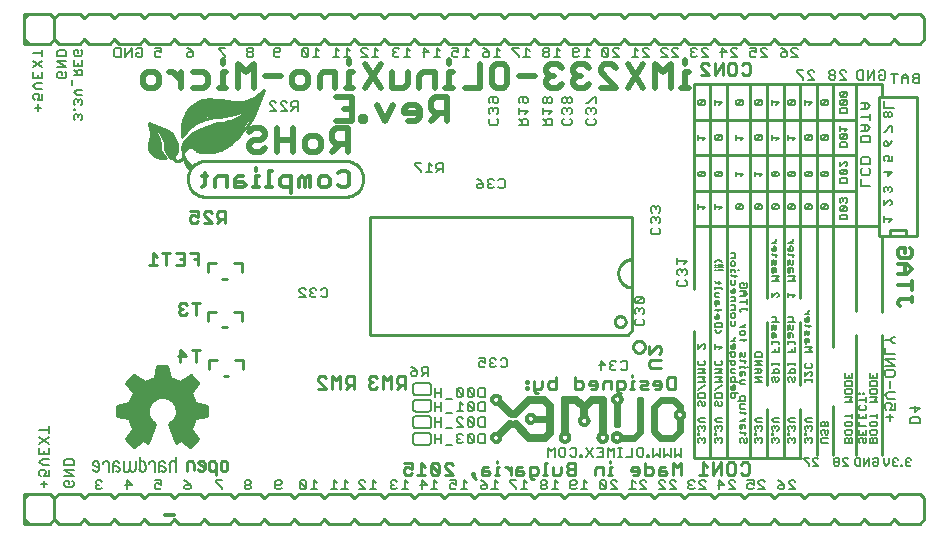
<source format=gbr>
G75*
G70*
%OFA0B0*%
%FSLAX24Y24*%
%IPPOS*%
%LPD*%
%AMOC8*
5,1,8,0,0,1.08239X$1,22.5*
%
%ADD10C,0.0200*%
%ADD11C,0.0080*%
%ADD12C,0.0120*%
%ADD13C,0.0100*%
%ADD14C,0.0087*%
%ADD15C,0.0060*%
%ADD16C,0.0070*%
%ADD17C,0.0140*%
%ADD18C,0.0240*%
%ADD19C,0.0220*%
%ADD20C,0.0260*%
%ADD21C,0.0050*%
D10*
X008387Y014697D02*
X008687Y014497D01*
X009037Y014497D01*
X009387Y014597D01*
X009587Y014747D01*
X009937Y015097D01*
X010037Y015247D01*
X010187Y015447D01*
X010237Y015497D02*
X010237Y015647D01*
X010387Y015997D01*
X010437Y015897D02*
X010387Y015697D01*
X010237Y015497D01*
X010087Y015547D02*
X009787Y015397D01*
X009497Y015297D01*
X009257Y015297D01*
X008707Y015107D01*
X008437Y014947D01*
X008237Y014747D01*
X008137Y014547D01*
X008237Y014647D01*
X008387Y014697D01*
X008487Y014797D02*
X008537Y014697D01*
X008637Y014697D01*
X008787Y014647D01*
X009037Y014647D01*
X009187Y014697D01*
X009387Y014747D01*
X009637Y014947D01*
X009687Y014997D01*
X009637Y015047D01*
X009437Y015047D01*
X009037Y014947D01*
X008937Y014947D01*
X008737Y014847D01*
X008737Y014797D01*
X008787Y014747D01*
X008937Y014797D01*
X009437Y014897D01*
X009187Y015147D02*
X008787Y015047D01*
X008537Y014847D01*
X008487Y014797D01*
X008137Y015097D02*
X008337Y015347D01*
X008587Y015497D01*
X008487Y015697D01*
X008487Y015797D01*
X010437Y015827D01*
X010437Y015897D02*
X010637Y016247D01*
X010436Y016533D02*
X010436Y017318D01*
X010174Y017056D01*
X009912Y017318D01*
X009912Y016533D01*
X009529Y016533D02*
X009268Y016533D01*
X009398Y016533D02*
X009398Y017056D01*
X009529Y017056D01*
X009398Y017318D02*
X009398Y017449D01*
X008925Y016925D02*
X008794Y017056D01*
X008402Y017056D01*
X008019Y017056D02*
X008019Y016533D01*
X008019Y016794D02*
X007757Y017056D01*
X007626Y017056D01*
X007264Y016925D02*
X007264Y016664D01*
X007133Y016533D01*
X006871Y016533D01*
X006740Y016664D01*
X006740Y016925D01*
X006871Y017056D01*
X007133Y017056D01*
X007264Y016925D01*
X008402Y016533D02*
X008794Y016533D01*
X008925Y016664D01*
X008925Y016925D01*
X008737Y016047D02*
X008487Y015897D01*
X008487Y015797D01*
X008487Y015697D02*
X008337Y015497D01*
X008187Y015497D02*
X008137Y015097D01*
X008187Y015497D02*
X008287Y015697D01*
X008487Y015897D01*
X010287Y015897D01*
X010087Y015847D01*
X009587Y015697D01*
X009137Y015647D01*
X009087Y015647D01*
X008437Y015647D01*
X008637Y015497D02*
X008887Y015647D01*
X009087Y015647D01*
X009387Y016047D02*
X008737Y016047D01*
X009387Y016047D02*
X009787Y015997D01*
X010237Y015997D01*
X010037Y015397D02*
X009737Y015147D01*
X009687Y015197D01*
X009637Y015197D01*
X009187Y015147D01*
X010291Y015065D02*
X010425Y015198D01*
X010692Y015198D01*
X010825Y015065D01*
X010825Y014931D01*
X010692Y014798D01*
X010425Y014798D01*
X010291Y014664D01*
X010291Y014531D01*
X010425Y014397D01*
X010692Y014397D01*
X010825Y014531D01*
X011212Y014397D02*
X011212Y015198D01*
X011212Y014798D02*
X011746Y014798D01*
X012133Y014798D02*
X012133Y014531D01*
X012266Y014397D01*
X012533Y014397D01*
X012666Y014531D01*
X012666Y014798D01*
X012533Y014931D01*
X012266Y014931D01*
X012133Y014798D01*
X011746Y015198D02*
X011746Y014397D01*
X013053Y014397D02*
X013320Y014664D01*
X013187Y014664D02*
X013587Y014664D01*
X013587Y014397D02*
X013587Y015198D01*
X013187Y015198D01*
X013053Y015065D01*
X013053Y014798D01*
X013187Y014664D01*
X013181Y015441D02*
X013704Y015441D01*
X013704Y016226D01*
X013181Y016226D01*
X013154Y016533D02*
X013154Y017056D01*
X012762Y017056D01*
X012631Y016925D01*
X012631Y016533D01*
X012248Y016664D02*
X012117Y016533D01*
X011856Y016533D01*
X011725Y016664D01*
X011725Y016925D01*
X011856Y017056D01*
X012117Y017056D01*
X012248Y016925D01*
X012248Y016664D01*
X011342Y016925D02*
X010819Y016925D01*
X013497Y016533D02*
X013758Y016533D01*
X013628Y016533D02*
X013628Y017056D01*
X013758Y017056D01*
X013628Y017318D02*
X013628Y017449D01*
X014141Y017318D02*
X014665Y016533D01*
X015048Y016533D02*
X015048Y017056D01*
X014665Y017318D02*
X014141Y016533D01*
X015048Y016533D02*
X015440Y016533D01*
X015571Y016664D01*
X015571Y017056D01*
X015954Y016925D02*
X015954Y016533D01*
X016477Y016533D02*
X016477Y017056D01*
X016085Y017056D01*
X015954Y016925D01*
X016820Y016533D02*
X017081Y016533D01*
X016951Y016533D02*
X016951Y017056D01*
X017081Y017056D01*
X016951Y017318D02*
X016951Y017449D01*
X017988Y017318D02*
X017988Y016533D01*
X017464Y016533D01*
X016876Y016226D02*
X016483Y016226D01*
X016353Y016095D01*
X016353Y015833D01*
X016483Y015702D01*
X016876Y015702D01*
X016876Y015441D02*
X016876Y016226D01*
X015970Y015833D02*
X015839Y015964D01*
X015577Y015964D01*
X015446Y015833D01*
X015446Y015702D01*
X015970Y015702D01*
X015970Y015571D02*
X015970Y015833D01*
X015970Y015571D02*
X015839Y015441D01*
X015577Y015441D01*
X015063Y015964D02*
X014802Y015441D01*
X014540Y015964D01*
X014157Y015571D02*
X014026Y015571D01*
X014026Y015441D01*
X014157Y015441D01*
X014157Y015571D01*
X013704Y015833D02*
X013442Y015833D01*
X016353Y015441D02*
X016614Y015702D01*
X018371Y016664D02*
X018501Y016533D01*
X018763Y016533D01*
X018894Y016664D01*
X018894Y017187D01*
X018763Y017318D01*
X018501Y017318D01*
X018371Y017187D01*
X018371Y016664D01*
X019277Y016925D02*
X019800Y016925D01*
X020183Y016794D02*
X020183Y016664D01*
X020314Y016533D01*
X020576Y016533D01*
X020706Y016664D01*
X020445Y016925D02*
X020314Y016925D01*
X020183Y016794D01*
X020314Y016925D02*
X020183Y017056D01*
X020183Y017187D01*
X020314Y017318D01*
X020576Y017318D01*
X020706Y017187D01*
X021089Y017187D02*
X021220Y017318D01*
X021482Y017318D01*
X021613Y017187D01*
X021351Y016925D02*
X021220Y016925D01*
X021089Y016794D01*
X021089Y016664D01*
X021220Y016533D01*
X021482Y016533D01*
X021613Y016664D01*
X021996Y016533D02*
X022519Y016533D01*
X021996Y017056D01*
X021996Y017187D01*
X022127Y017318D01*
X022388Y017318D01*
X022519Y017187D01*
X022902Y017318D02*
X023425Y016533D01*
X023808Y016533D02*
X023808Y017318D01*
X024070Y017056D01*
X024331Y017318D01*
X024331Y016533D01*
X024674Y016533D02*
X024936Y016533D01*
X024805Y016533D02*
X024805Y017056D01*
X024936Y017056D01*
X024805Y017318D02*
X024805Y017449D01*
X023425Y017318D02*
X022902Y016533D01*
X021220Y016925D02*
X021089Y017056D01*
X021089Y017187D01*
D11*
X021120Y017557D02*
X021068Y017610D01*
X021068Y017819D01*
X021120Y017871D01*
X021225Y017871D01*
X021277Y017819D01*
X021277Y017767D01*
X021225Y017714D01*
X021068Y017714D01*
X021120Y017557D02*
X021225Y017557D01*
X021277Y017610D01*
X021430Y017557D02*
X021639Y017557D01*
X021535Y017557D02*
X021535Y017871D01*
X021639Y017767D01*
X022052Y017819D02*
X022052Y017610D01*
X022104Y017557D01*
X022209Y017557D01*
X022261Y017610D01*
X022052Y017819D01*
X022104Y017871D01*
X022209Y017871D01*
X022261Y017819D01*
X022261Y017610D01*
X022414Y017557D02*
X022624Y017557D01*
X022414Y017767D01*
X022414Y017819D01*
X022467Y017871D01*
X022571Y017871D01*
X022624Y017819D01*
X023036Y017557D02*
X023245Y017557D01*
X023141Y017557D02*
X023141Y017871D01*
X023245Y017767D01*
X023399Y017767D02*
X023608Y017557D01*
X023399Y017557D01*
X023399Y017767D02*
X023399Y017819D01*
X023451Y017871D01*
X023556Y017871D01*
X023608Y017819D01*
X024020Y017819D02*
X024073Y017871D01*
X024177Y017871D01*
X024230Y017819D01*
X024383Y017819D02*
X024435Y017871D01*
X024540Y017871D01*
X024592Y017819D01*
X024383Y017819D02*
X024383Y017767D01*
X024592Y017557D01*
X024383Y017557D01*
X024230Y017557D02*
X024020Y017767D01*
X024020Y017819D01*
X024020Y017557D02*
X024230Y017557D01*
X025005Y017610D02*
X025057Y017557D01*
X025162Y017557D01*
X025214Y017610D01*
X025109Y017714D02*
X025057Y017714D01*
X025005Y017662D01*
X025005Y017610D01*
X025057Y017714D02*
X025005Y017767D01*
X025005Y017819D01*
X025057Y017871D01*
X025162Y017871D01*
X025214Y017819D01*
X025367Y017819D02*
X025419Y017871D01*
X025524Y017871D01*
X025576Y017819D01*
X025367Y017819D02*
X025367Y017767D01*
X025576Y017557D01*
X025367Y017557D01*
X025989Y017714D02*
X026198Y017714D01*
X026041Y017871D01*
X026041Y017557D01*
X026351Y017557D02*
X026561Y017557D01*
X026351Y017767D01*
X026351Y017819D01*
X026404Y017871D01*
X026508Y017871D01*
X026561Y017819D01*
X026973Y017871D02*
X027182Y017871D01*
X027182Y017714D01*
X027078Y017767D01*
X027025Y017767D01*
X026973Y017714D01*
X026973Y017610D01*
X027025Y017557D01*
X027130Y017557D01*
X027182Y017610D01*
X027336Y017557D02*
X027545Y017557D01*
X027336Y017767D01*
X027336Y017819D01*
X027388Y017871D01*
X027493Y017871D01*
X027545Y017819D01*
X027997Y017871D02*
X028101Y017819D01*
X028206Y017714D01*
X028049Y017714D01*
X027997Y017662D01*
X027997Y017610D01*
X028049Y017557D01*
X028154Y017557D01*
X028206Y017610D01*
X028206Y017714D01*
X028359Y017767D02*
X028359Y017819D01*
X028412Y017871D01*
X028516Y017871D01*
X028569Y017819D01*
X028359Y017767D02*
X028569Y017557D01*
X028359Y017557D01*
X028548Y017123D02*
X028548Y017071D01*
X028757Y016862D01*
X028757Y016809D01*
X028910Y016809D02*
X029120Y016809D01*
X028910Y017019D01*
X028910Y017071D01*
X028963Y017123D01*
X029067Y017123D01*
X029120Y017071D01*
X028757Y017123D02*
X028548Y017123D01*
X029611Y017071D02*
X029611Y017019D01*
X029663Y016966D01*
X029768Y016966D01*
X029820Y017019D01*
X029820Y017071D01*
X029768Y017123D01*
X029663Y017123D01*
X029611Y017071D01*
X029663Y016966D02*
X029611Y016914D01*
X029611Y016862D01*
X029663Y016809D01*
X029768Y016809D01*
X029820Y016862D01*
X029820Y016914D01*
X029768Y016966D01*
X029973Y017019D02*
X029973Y017071D01*
X030026Y017123D01*
X030130Y017123D01*
X030183Y017071D01*
X029973Y017019D02*
X030183Y016809D01*
X029973Y016809D01*
X030548Y016862D02*
X030548Y017071D01*
X030600Y017123D01*
X030757Y017123D01*
X030757Y016809D01*
X030600Y016809D01*
X030548Y016862D01*
X030910Y016809D02*
X030910Y017123D01*
X031119Y017123D02*
X030910Y016809D01*
X031119Y016809D02*
X031119Y017123D01*
X031273Y017071D02*
X031325Y017123D01*
X031430Y017123D01*
X031482Y017071D01*
X031482Y016862D01*
X031430Y016809D01*
X031325Y016809D01*
X031273Y016862D01*
X031273Y016966D01*
X031377Y016966D01*
X031689Y017005D02*
X031899Y017005D01*
X031794Y017005D02*
X031794Y016691D01*
X032052Y016691D02*
X032052Y016901D01*
X032156Y017005D01*
X032261Y016901D01*
X032261Y016691D01*
X032261Y016848D02*
X032052Y016848D01*
X032414Y016796D02*
X032414Y016744D01*
X032467Y016691D01*
X032624Y016691D01*
X032624Y017005D01*
X032467Y017005D01*
X032414Y016953D01*
X032414Y016901D01*
X032467Y016848D01*
X032624Y016848D01*
X032467Y016848D02*
X032414Y016796D01*
X031454Y016085D02*
X031454Y015871D01*
X031774Y015871D01*
X030983Y015920D02*
X030878Y016025D01*
X030669Y016025D01*
X030826Y016025D02*
X030826Y015815D01*
X030878Y015815D02*
X030983Y015920D01*
X030878Y015815D02*
X030669Y015815D01*
X030669Y015557D02*
X030983Y015557D01*
X030983Y015453D02*
X030983Y015662D01*
X030878Y015300D02*
X030669Y015300D01*
X030826Y015300D02*
X030826Y015090D01*
X030878Y015090D02*
X030983Y015195D01*
X030878Y015300D01*
X030878Y015090D02*
X030669Y015090D01*
X030721Y014937D02*
X030930Y014937D01*
X030983Y014885D01*
X030983Y014728D01*
X030669Y014728D01*
X030669Y014885D01*
X030721Y014937D01*
X030721Y014212D02*
X030930Y014212D01*
X030983Y014160D01*
X030983Y014003D01*
X030669Y014003D01*
X030669Y014160D01*
X030721Y014212D01*
X030721Y013850D02*
X030669Y013797D01*
X030669Y013693D01*
X030721Y013640D01*
X030930Y013640D01*
X030983Y013693D01*
X030983Y013797D01*
X030930Y013850D01*
X030669Y013487D02*
X030669Y013278D01*
X030983Y013278D01*
X024868Y010749D02*
X024763Y010645D01*
X024868Y010749D02*
X024554Y010749D01*
X024554Y010645D02*
X024554Y010854D01*
X024606Y010491D02*
X024554Y010439D01*
X024554Y010334D01*
X024606Y010282D01*
X024711Y010387D02*
X024711Y010439D01*
X024659Y010491D01*
X024606Y010491D01*
X024711Y010439D02*
X024763Y010491D01*
X024816Y010491D01*
X024868Y010439D01*
X024868Y010334D01*
X024816Y010282D01*
X024816Y010129D02*
X024868Y010077D01*
X024868Y009972D01*
X024816Y009920D01*
X024606Y009920D01*
X024554Y009972D01*
X024554Y010077D01*
X024606Y010129D01*
X023451Y009502D02*
X023398Y009555D01*
X023189Y009345D01*
X023137Y009398D01*
X023137Y009502D01*
X023189Y009555D01*
X023398Y009555D01*
X023451Y009502D02*
X023451Y009398D01*
X023398Y009345D01*
X023189Y009345D01*
X023189Y009192D02*
X023137Y009140D01*
X023137Y009035D01*
X023189Y008983D01*
X023294Y009088D02*
X023294Y009140D01*
X023241Y009192D01*
X023189Y009192D01*
X023294Y009140D02*
X023346Y009192D01*
X023398Y009192D01*
X023451Y009140D01*
X023451Y009035D01*
X023398Y008983D01*
X023398Y008830D02*
X023451Y008777D01*
X023451Y008673D01*
X023398Y008620D01*
X023189Y008620D01*
X023137Y008673D01*
X023137Y008777D01*
X023189Y008830D01*
X022832Y007438D02*
X022884Y007386D01*
X022884Y007177D01*
X022832Y007124D01*
X022727Y007124D01*
X022675Y007177D01*
X022522Y007177D02*
X022470Y007124D01*
X022365Y007124D01*
X022313Y007177D01*
X022313Y007229D01*
X022365Y007281D01*
X022417Y007281D01*
X022365Y007281D02*
X022313Y007334D01*
X022313Y007386D01*
X022365Y007438D01*
X022470Y007438D01*
X022522Y007386D01*
X022675Y007386D02*
X022727Y007438D01*
X022832Y007438D01*
X022159Y007281D02*
X021950Y007281D01*
X022002Y007124D02*
X022002Y007438D01*
X022159Y007281D01*
X018874Y007265D02*
X018821Y007213D01*
X018717Y007213D01*
X018664Y007265D01*
X018511Y007265D02*
X018459Y007213D01*
X018354Y007213D01*
X018302Y007265D01*
X018302Y007318D01*
X018354Y007370D01*
X018406Y007370D01*
X018354Y007370D02*
X018302Y007422D01*
X018302Y007475D01*
X018354Y007527D01*
X018459Y007527D01*
X018511Y007475D01*
X018664Y007475D02*
X018717Y007527D01*
X018821Y007527D01*
X018874Y007475D01*
X018874Y007265D01*
X018149Y007265D02*
X018096Y007213D01*
X017992Y007213D01*
X017939Y007265D01*
X017939Y007370D01*
X017992Y007422D01*
X018044Y007422D01*
X018149Y007370D01*
X018149Y007527D01*
X017939Y007527D01*
X017980Y006533D02*
X018137Y006533D01*
X018137Y006219D01*
X017980Y006219D01*
X017928Y006271D01*
X017928Y006481D01*
X017980Y006533D01*
X017774Y006481D02*
X017722Y006533D01*
X017618Y006533D01*
X017565Y006481D01*
X017774Y006271D01*
X017722Y006219D01*
X017618Y006219D01*
X017565Y006271D01*
X017565Y006481D01*
X017412Y006481D02*
X017360Y006533D01*
X017255Y006533D01*
X017203Y006481D01*
X017412Y006271D01*
X017360Y006219D01*
X017255Y006219D01*
X017203Y006271D01*
X017203Y006481D01*
X017412Y006481D02*
X017412Y006271D01*
X017307Y006060D02*
X017307Y005746D01*
X017203Y005746D02*
X017412Y005746D01*
X017565Y005799D02*
X017618Y005746D01*
X017722Y005746D01*
X017774Y005799D01*
X017565Y006008D01*
X017565Y005799D01*
X017565Y006008D02*
X017618Y006060D01*
X017722Y006060D01*
X017774Y006008D01*
X017774Y005799D01*
X017928Y005799D02*
X017928Y006008D01*
X017980Y006060D01*
X018137Y006060D01*
X018137Y005746D01*
X017980Y005746D01*
X017928Y005799D01*
X017980Y005549D02*
X018137Y005549D01*
X018137Y005235D01*
X017980Y005235D01*
X017928Y005287D01*
X017928Y005496D01*
X017980Y005549D01*
X017774Y005496D02*
X017722Y005549D01*
X017618Y005549D01*
X017565Y005496D01*
X017774Y005287D01*
X017722Y005235D01*
X017618Y005235D01*
X017565Y005287D01*
X017565Y005496D01*
X017412Y005496D02*
X017360Y005549D01*
X017255Y005549D01*
X017203Y005496D01*
X017203Y005444D01*
X017412Y005235D01*
X017203Y005235D01*
X017050Y005182D02*
X016840Y005182D01*
X016687Y005235D02*
X016687Y005549D01*
X016687Y005392D02*
X016478Y005392D01*
X016478Y005549D02*
X016478Y005235D01*
X016478Y004997D02*
X016478Y004683D01*
X016478Y004840D02*
X016687Y004840D01*
X016687Y004683D02*
X016687Y004997D01*
X016840Y004631D02*
X017050Y004631D01*
X017203Y004736D02*
X017255Y004683D01*
X017360Y004683D01*
X017412Y004736D01*
X017307Y004840D02*
X017255Y004840D01*
X017203Y004788D01*
X017203Y004736D01*
X017255Y004840D02*
X017203Y004893D01*
X017203Y004945D01*
X017255Y004997D01*
X017360Y004997D01*
X017412Y004945D01*
X017565Y004945D02*
X017774Y004736D01*
X017722Y004683D01*
X017618Y004683D01*
X017565Y004736D01*
X017565Y004945D01*
X017618Y004997D01*
X017722Y004997D01*
X017774Y004945D01*
X017774Y004736D01*
X017928Y004736D02*
X017928Y004945D01*
X017980Y004997D01*
X018137Y004997D01*
X018137Y004683D01*
X017980Y004683D01*
X017928Y004736D01*
X017774Y005287D02*
X017774Y005496D01*
X017412Y005956D02*
X017307Y006060D01*
X017050Y006167D02*
X016840Y006167D01*
X016687Y006219D02*
X016687Y006533D01*
X016687Y006376D02*
X016478Y006376D01*
X016478Y006533D02*
X016478Y006219D01*
X016478Y006060D02*
X016478Y005746D01*
X016478Y005903D02*
X016687Y005903D01*
X016687Y005746D02*
X016687Y006060D01*
X016840Y005694D02*
X017050Y005694D01*
X017774Y006271D02*
X017774Y006481D01*
X016246Y006928D02*
X016246Y007241D01*
X016089Y007241D01*
X016036Y007189D01*
X016036Y007085D01*
X016089Y007032D01*
X016246Y007032D01*
X016141Y007032D02*
X016036Y006928D01*
X015883Y006980D02*
X015831Y006928D01*
X015726Y006928D01*
X015674Y006980D01*
X015674Y007032D01*
X015726Y007085D01*
X015883Y007085D01*
X015883Y006980D01*
X015883Y007085D02*
X015779Y007189D01*
X015674Y007241D01*
X012892Y009598D02*
X012839Y009546D01*
X012735Y009546D01*
X012682Y009598D01*
X012529Y009598D02*
X012477Y009546D01*
X012372Y009546D01*
X012320Y009598D01*
X012320Y009650D01*
X012372Y009703D01*
X012425Y009703D01*
X012372Y009703D02*
X012320Y009755D01*
X012320Y009807D01*
X012372Y009860D01*
X012477Y009860D01*
X012529Y009807D01*
X012682Y009807D02*
X012735Y009860D01*
X012839Y009860D01*
X012892Y009807D01*
X012892Y009598D01*
X012167Y009546D02*
X011957Y009755D01*
X011957Y009807D01*
X012010Y009860D01*
X012114Y009860D01*
X012167Y009807D01*
X012167Y009546D02*
X011957Y009546D01*
X017870Y013240D02*
X017923Y013187D01*
X018027Y013187D01*
X018080Y013240D01*
X018080Y013344D01*
X017923Y013344D01*
X017870Y013292D01*
X017870Y013240D01*
X017975Y013449D02*
X018080Y013344D01*
X017975Y013449D02*
X017870Y013501D01*
X018233Y013449D02*
X018233Y013397D01*
X018285Y013344D01*
X018233Y013292D01*
X018233Y013240D01*
X018285Y013187D01*
X018390Y013187D01*
X018442Y013240D01*
X018338Y013344D02*
X018285Y013344D01*
X018233Y013449D02*
X018285Y013501D01*
X018390Y013501D01*
X018442Y013449D01*
X018595Y013449D02*
X018648Y013501D01*
X018752Y013501D01*
X018805Y013449D01*
X018805Y013240D01*
X018752Y013187D01*
X018648Y013187D01*
X018595Y013240D01*
X016736Y013714D02*
X016736Y014028D01*
X016579Y014028D01*
X016527Y013976D01*
X016527Y013871D01*
X016579Y013819D01*
X016736Y013819D01*
X016631Y013819D02*
X016527Y013714D01*
X016373Y013714D02*
X016164Y013714D01*
X016269Y013714D02*
X016269Y014028D01*
X016373Y013923D01*
X016011Y014028D02*
X015802Y014028D01*
X015802Y013976D01*
X016011Y013766D01*
X016011Y013714D01*
X018272Y015348D02*
X018324Y015296D01*
X018533Y015296D01*
X018586Y015348D01*
X018586Y015453D01*
X018533Y015505D01*
X018533Y015658D02*
X018586Y015710D01*
X018586Y015815D01*
X018533Y015867D01*
X018481Y015867D01*
X018429Y015815D01*
X018376Y015867D01*
X018324Y015867D01*
X018272Y015815D01*
X018272Y015710D01*
X018324Y015658D01*
X018429Y015763D02*
X018429Y015815D01*
X018481Y016021D02*
X018429Y016073D01*
X018429Y016230D01*
X018533Y016230D02*
X018324Y016230D01*
X018272Y016178D01*
X018272Y016073D01*
X018324Y016021D01*
X018481Y016021D02*
X018533Y016021D01*
X018586Y016073D01*
X018586Y016178D01*
X018533Y016230D01*
X019265Y016177D02*
X019317Y016230D01*
X019526Y016230D01*
X019579Y016177D01*
X019579Y016073D01*
X019526Y016020D01*
X019474Y016020D01*
X019422Y016073D01*
X019422Y016230D01*
X019265Y016177D02*
X019265Y016073D01*
X019317Y016020D01*
X019265Y015867D02*
X019265Y015658D01*
X019265Y015762D02*
X019579Y015762D01*
X019474Y015658D01*
X019526Y015505D02*
X019422Y015505D01*
X019369Y015452D01*
X019369Y015295D01*
X019265Y015295D02*
X019579Y015295D01*
X019579Y015452D01*
X019526Y015505D01*
X019369Y015400D02*
X019265Y015505D01*
X020072Y015505D02*
X020176Y015400D01*
X020176Y015453D02*
X020176Y015296D01*
X020072Y015296D02*
X020386Y015296D01*
X020386Y015453D01*
X020333Y015505D01*
X020229Y015505D01*
X020176Y015453D01*
X020072Y015658D02*
X020072Y015867D01*
X020072Y015763D02*
X020386Y015763D01*
X020281Y015658D01*
X020722Y015710D02*
X020722Y015815D01*
X020774Y015867D01*
X020826Y015867D01*
X020879Y015815D01*
X020879Y015763D01*
X020879Y015815D02*
X020931Y015867D01*
X020983Y015867D01*
X021036Y015815D01*
X021036Y015710D01*
X020983Y015658D01*
X020983Y015505D02*
X021036Y015453D01*
X021036Y015348D01*
X020983Y015296D01*
X020774Y015296D01*
X020722Y015348D01*
X020722Y015453D01*
X020774Y015505D01*
X020774Y015658D02*
X020722Y015710D01*
X020774Y016021D02*
X020826Y016021D01*
X020879Y016073D01*
X020879Y016178D01*
X020826Y016230D01*
X020774Y016230D01*
X020722Y016178D01*
X020722Y016073D01*
X020774Y016021D01*
X020879Y016073D02*
X020931Y016021D01*
X020983Y016021D01*
X021036Y016073D01*
X021036Y016178D01*
X020983Y016230D01*
X020931Y016230D01*
X020879Y016178D01*
X020386Y016178D02*
X020333Y016230D01*
X020281Y016230D01*
X020229Y016178D01*
X020229Y016073D01*
X020281Y016021D01*
X020333Y016021D01*
X020386Y016073D01*
X020386Y016178D01*
X020229Y016178D02*
X020176Y016230D01*
X020124Y016230D01*
X020072Y016178D01*
X020072Y016073D01*
X020124Y016021D01*
X020176Y016021D01*
X020229Y016073D01*
X021522Y016021D02*
X021574Y016021D01*
X021783Y016230D01*
X021836Y016230D01*
X021836Y016021D01*
X021783Y015867D02*
X021731Y015867D01*
X021679Y015815D01*
X021626Y015867D01*
X021574Y015867D01*
X021522Y015815D01*
X021522Y015710D01*
X021574Y015658D01*
X021679Y015763D02*
X021679Y015815D01*
X021783Y015867D02*
X021836Y015815D01*
X021836Y015710D01*
X021783Y015658D01*
X021783Y015505D02*
X021836Y015453D01*
X021836Y015348D01*
X021783Y015296D01*
X021574Y015296D01*
X021522Y015348D01*
X021522Y015453D01*
X021574Y015505D01*
X018324Y015505D02*
X018272Y015453D01*
X018272Y015348D01*
X018232Y017557D02*
X018128Y017557D01*
X018075Y017610D01*
X018075Y017662D01*
X018128Y017714D01*
X018285Y017714D01*
X018285Y017610D01*
X018232Y017557D01*
X018285Y017714D02*
X018180Y017819D01*
X018075Y017871D01*
X017624Y017767D02*
X017519Y017871D01*
X017519Y017557D01*
X017624Y017557D02*
X017414Y017557D01*
X017261Y017610D02*
X017209Y017557D01*
X017104Y017557D01*
X017052Y017610D01*
X017052Y017714D01*
X017104Y017767D01*
X017156Y017767D01*
X017261Y017714D01*
X017261Y017871D01*
X017052Y017871D01*
X016639Y017767D02*
X016535Y017871D01*
X016535Y017557D01*
X016639Y017557D02*
X016430Y017557D01*
X016277Y017714D02*
X016068Y017714D01*
X016120Y017557D02*
X016120Y017871D01*
X016277Y017714D01*
X015655Y017767D02*
X015550Y017871D01*
X015550Y017557D01*
X015446Y017557D02*
X015655Y017557D01*
X015293Y017610D02*
X015240Y017557D01*
X015136Y017557D01*
X015083Y017610D01*
X015083Y017662D01*
X015136Y017714D01*
X015188Y017714D01*
X015136Y017714D02*
X015083Y017767D01*
X015083Y017819D01*
X015136Y017871D01*
X015240Y017871D01*
X015293Y017819D01*
X014592Y017767D02*
X014487Y017871D01*
X014487Y017557D01*
X014383Y017557D02*
X014592Y017557D01*
X014230Y017557D02*
X014020Y017767D01*
X014020Y017819D01*
X014073Y017871D01*
X014177Y017871D01*
X014230Y017819D01*
X014230Y017557D02*
X014020Y017557D01*
X013647Y017557D02*
X013438Y017557D01*
X013543Y017557D02*
X013543Y017871D01*
X013647Y017767D01*
X013285Y017767D02*
X013180Y017871D01*
X013180Y017557D01*
X013285Y017557D02*
X013075Y017557D01*
X012624Y017557D02*
X012414Y017557D01*
X012519Y017557D02*
X012519Y017871D01*
X012624Y017767D01*
X012261Y017819D02*
X012261Y017610D01*
X012052Y017819D01*
X012052Y017610D01*
X012104Y017557D01*
X012209Y017557D01*
X012261Y017610D01*
X012261Y017819D02*
X012209Y017871D01*
X012104Y017871D01*
X012052Y017819D01*
X011324Y017819D02*
X011324Y017767D01*
X011272Y017714D01*
X011115Y017714D01*
X011115Y017610D02*
X011115Y017819D01*
X011167Y017871D01*
X011272Y017871D01*
X011324Y017819D01*
X011324Y017610D02*
X011272Y017557D01*
X011167Y017557D01*
X011115Y017610D01*
X010419Y017610D02*
X010419Y017662D01*
X010367Y017714D01*
X010262Y017714D01*
X010210Y017662D01*
X010210Y017610D01*
X010262Y017557D01*
X010367Y017557D01*
X010419Y017610D01*
X010367Y017714D02*
X010419Y017767D01*
X010419Y017819D01*
X010367Y017871D01*
X010262Y017871D01*
X010210Y017819D01*
X010210Y017767D01*
X010262Y017714D01*
X009474Y017610D02*
X009474Y017557D01*
X009474Y017610D02*
X009265Y017819D01*
X009265Y017871D01*
X009474Y017871D01*
X008411Y017714D02*
X008411Y017610D01*
X008359Y017557D01*
X008254Y017557D01*
X008202Y017610D01*
X008202Y017662D01*
X008254Y017714D01*
X008411Y017714D01*
X008306Y017819D01*
X008202Y017871D01*
X007348Y017871D02*
X007348Y017714D01*
X007243Y017767D01*
X007191Y017767D01*
X007139Y017714D01*
X007139Y017610D01*
X007191Y017557D01*
X007296Y017557D01*
X007348Y017610D01*
X007348Y017871D02*
X007139Y017871D01*
X006729Y017814D02*
X006729Y017604D01*
X006677Y017552D01*
X006572Y017552D01*
X006520Y017604D01*
X006520Y017709D01*
X006625Y017709D01*
X006729Y017814D02*
X006677Y017866D01*
X006572Y017866D01*
X006520Y017814D01*
X006367Y017866D02*
X006157Y017552D01*
X006157Y017866D01*
X006004Y017866D02*
X005847Y017866D01*
X005795Y017814D01*
X005795Y017604D01*
X005847Y017552D01*
X006004Y017552D01*
X006004Y017866D01*
X006367Y017866D02*
X006367Y017552D01*
X004192Y017583D02*
X004192Y017740D01*
X004140Y017792D01*
X003930Y017792D01*
X003878Y017740D01*
X003878Y017583D01*
X004192Y017583D01*
X004192Y017430D02*
X003878Y017430D01*
X004192Y017221D01*
X003878Y017221D01*
X003930Y017067D02*
X004035Y017067D01*
X004035Y016963D01*
X004140Y017067D02*
X004192Y017015D01*
X004192Y016910D01*
X004140Y016858D01*
X003930Y016858D01*
X003878Y016910D01*
X003878Y017015D01*
X003930Y017067D01*
X003392Y017067D02*
X003392Y016858D01*
X003078Y016858D01*
X003078Y017067D01*
X003078Y017221D02*
X003392Y017430D01*
X003392Y017583D02*
X003392Y017792D01*
X003392Y017688D02*
X003078Y017688D01*
X003078Y017430D02*
X003392Y017221D01*
X003235Y016963D02*
X003235Y016858D01*
X003183Y016705D02*
X003392Y016705D01*
X003183Y016705D02*
X003078Y016600D01*
X003183Y016496D01*
X003392Y016496D01*
X003392Y016342D02*
X003392Y016133D01*
X003235Y016133D01*
X003287Y016238D01*
X003287Y016290D01*
X003235Y016342D01*
X003130Y016342D01*
X003078Y016290D01*
X003078Y016185D01*
X003130Y016133D01*
X003235Y015980D02*
X003235Y015771D01*
X003340Y015875D02*
X003130Y015875D01*
X010969Y015774D02*
X011178Y015774D01*
X010969Y015983D01*
X010969Y016036D01*
X011021Y016088D01*
X011126Y016088D01*
X011178Y016036D01*
X011331Y016036D02*
X011384Y016088D01*
X011488Y016088D01*
X011541Y016036D01*
X011694Y016036D02*
X011694Y015931D01*
X011746Y015879D01*
X011903Y015879D01*
X011799Y015879D02*
X011694Y015774D01*
X011541Y015774D02*
X011331Y015983D01*
X011331Y016036D01*
X011331Y015774D02*
X011541Y015774D01*
X011694Y016036D02*
X011746Y016088D01*
X011903Y016088D01*
X011903Y015774D01*
X018438Y017557D02*
X018647Y017557D01*
X018543Y017557D02*
X018543Y017871D01*
X018647Y017767D01*
X019060Y017819D02*
X019269Y017610D01*
X019269Y017557D01*
X019422Y017557D02*
X019631Y017557D01*
X019527Y017557D02*
X019527Y017871D01*
X019631Y017767D01*
X019269Y017871D02*
X019060Y017871D01*
X019060Y017819D01*
X020083Y017819D02*
X020083Y017767D01*
X020136Y017714D01*
X020240Y017714D01*
X020293Y017767D01*
X020293Y017819D01*
X020240Y017871D01*
X020136Y017871D01*
X020083Y017819D01*
X020136Y017714D02*
X020083Y017662D01*
X020083Y017610D01*
X020136Y017557D01*
X020240Y017557D01*
X020293Y017610D01*
X020293Y017662D01*
X020240Y017714D01*
X020446Y017557D02*
X020655Y017557D01*
X020550Y017557D02*
X020550Y017871D01*
X020655Y017767D01*
X023728Y012587D02*
X023676Y012535D01*
X023676Y012430D01*
X023728Y012378D01*
X023833Y012483D02*
X023833Y012535D01*
X023781Y012587D01*
X023728Y012587D01*
X023833Y012535D02*
X023885Y012587D01*
X023938Y012587D01*
X023990Y012535D01*
X023990Y012430D01*
X023938Y012378D01*
X023938Y012225D02*
X023885Y012225D01*
X023833Y012173D01*
X023781Y012225D01*
X023728Y012225D01*
X023676Y012173D01*
X023676Y012068D01*
X023728Y012016D01*
X023833Y012120D02*
X023833Y012173D01*
X023938Y012225D02*
X023990Y012173D01*
X023990Y012068D01*
X023938Y012016D01*
X023938Y011862D02*
X023990Y011810D01*
X023990Y011705D01*
X023938Y011653D01*
X023728Y011653D01*
X023676Y011705D01*
X023676Y011810D01*
X023728Y011862D01*
X032485Y005928D02*
X032485Y005714D01*
X032646Y005874D01*
X032325Y005874D01*
X032379Y005560D02*
X032592Y005560D01*
X032646Y005506D01*
X032646Y005346D01*
X032325Y005346D01*
X032325Y005506D01*
X032379Y005560D01*
X028490Y003410D02*
X028437Y003462D01*
X028333Y003462D01*
X028280Y003410D01*
X028280Y003357D01*
X028490Y003148D01*
X028280Y003148D01*
X028127Y003200D02*
X028075Y003148D01*
X027970Y003148D01*
X027918Y003200D01*
X027918Y003253D01*
X027970Y003305D01*
X028127Y003305D01*
X028127Y003200D01*
X028127Y003305D02*
X028023Y003410D01*
X027918Y003462D01*
X027466Y003410D02*
X027414Y003462D01*
X027309Y003462D01*
X027257Y003410D01*
X027257Y003357D01*
X027466Y003148D01*
X027257Y003148D01*
X027104Y003200D02*
X027051Y003148D01*
X026947Y003148D01*
X026894Y003200D01*
X026894Y003305D01*
X026947Y003357D01*
X026999Y003357D01*
X027104Y003305D01*
X027104Y003462D01*
X026894Y003462D01*
X026482Y003410D02*
X026430Y003462D01*
X026325Y003462D01*
X026273Y003410D01*
X026273Y003357D01*
X026482Y003148D01*
X026273Y003148D01*
X026119Y003305D02*
X025910Y003305D01*
X025962Y003462D02*
X026119Y003305D01*
X025962Y003148D02*
X025962Y003462D01*
X025498Y003410D02*
X025445Y003462D01*
X025341Y003462D01*
X025288Y003410D01*
X025288Y003357D01*
X025498Y003148D01*
X025288Y003148D01*
X025135Y003200D02*
X025083Y003148D01*
X024978Y003148D01*
X024926Y003200D01*
X024926Y003253D01*
X024978Y003305D01*
X025031Y003305D01*
X024978Y003305D02*
X024926Y003357D01*
X024926Y003410D01*
X024978Y003462D01*
X025083Y003462D01*
X025135Y003410D01*
X024513Y003410D02*
X024461Y003462D01*
X024356Y003462D01*
X024304Y003410D01*
X024304Y003357D01*
X024513Y003148D01*
X024304Y003148D01*
X024151Y003148D02*
X023942Y003357D01*
X023942Y003410D01*
X023994Y003462D01*
X024099Y003462D01*
X024151Y003410D01*
X023529Y003410D02*
X023477Y003462D01*
X023372Y003462D01*
X023320Y003410D01*
X023320Y003357D01*
X023529Y003148D01*
X023320Y003148D01*
X023167Y003148D02*
X022957Y003148D01*
X023062Y003148D02*
X023062Y003462D01*
X023167Y003357D01*
X022545Y003410D02*
X022493Y003462D01*
X022388Y003462D01*
X022336Y003410D01*
X022336Y003357D01*
X022545Y003148D01*
X022336Y003148D01*
X022182Y003200D02*
X021973Y003410D01*
X021973Y003200D01*
X022025Y003148D01*
X022130Y003148D01*
X022182Y003200D01*
X022182Y003410D01*
X022130Y003462D01*
X022025Y003462D01*
X021973Y003410D01*
X021561Y003357D02*
X021456Y003462D01*
X021456Y003148D01*
X021561Y003148D02*
X021351Y003148D01*
X021198Y003200D02*
X021146Y003148D01*
X021041Y003148D01*
X020989Y003200D01*
X020989Y003410D01*
X021041Y003462D01*
X021146Y003462D01*
X021198Y003410D01*
X021198Y003357D01*
X021146Y003305D01*
X020989Y003305D01*
X020576Y003357D02*
X020472Y003462D01*
X020472Y003148D01*
X020576Y003148D02*
X020367Y003148D01*
X020214Y003200D02*
X020162Y003148D01*
X020057Y003148D01*
X020005Y003200D01*
X020005Y003253D01*
X020057Y003305D01*
X020162Y003305D01*
X020214Y003357D01*
X020214Y003410D01*
X020162Y003462D01*
X020057Y003462D01*
X020005Y003410D01*
X020005Y003357D01*
X020057Y003305D01*
X020162Y003305D02*
X020214Y003253D01*
X020214Y003200D01*
X019553Y003148D02*
X019343Y003148D01*
X019448Y003148D02*
X019448Y003462D01*
X019553Y003357D01*
X019190Y003462D02*
X018981Y003462D01*
X018981Y003410D01*
X019190Y003200D01*
X019190Y003148D01*
X018569Y003148D02*
X018359Y003148D01*
X018464Y003148D02*
X018464Y003462D01*
X018569Y003357D01*
X018206Y003305D02*
X018049Y003305D01*
X017997Y003253D01*
X017997Y003200D01*
X018049Y003148D01*
X018154Y003148D01*
X018206Y003200D01*
X018206Y003305D01*
X018101Y003410D01*
X017997Y003462D01*
X017545Y003357D02*
X017440Y003462D01*
X017440Y003148D01*
X017336Y003148D02*
X017545Y003148D01*
X017182Y003200D02*
X017130Y003148D01*
X017025Y003148D01*
X016973Y003200D01*
X016973Y003305D01*
X017025Y003357D01*
X017078Y003357D01*
X017182Y003305D01*
X017182Y003462D01*
X016973Y003462D01*
X016561Y003357D02*
X016456Y003462D01*
X016456Y003148D01*
X016561Y003148D02*
X016351Y003148D01*
X016198Y003305D02*
X015989Y003305D01*
X016041Y003148D02*
X016041Y003462D01*
X016198Y003305D01*
X015576Y003357D02*
X015472Y003462D01*
X015472Y003148D01*
X015576Y003148D02*
X015367Y003148D01*
X015214Y003200D02*
X015162Y003148D01*
X015057Y003148D01*
X015005Y003200D01*
X015005Y003253D01*
X015057Y003305D01*
X015109Y003305D01*
X015057Y003305D02*
X015005Y003357D01*
X015005Y003410D01*
X015057Y003462D01*
X015162Y003462D01*
X015214Y003410D01*
X014513Y003357D02*
X014409Y003462D01*
X014409Y003148D01*
X014513Y003148D02*
X014304Y003148D01*
X014151Y003148D02*
X013942Y003357D01*
X013942Y003410D01*
X013994Y003462D01*
X014099Y003462D01*
X014151Y003410D01*
X014151Y003148D02*
X013942Y003148D01*
X013569Y003148D02*
X013359Y003148D01*
X013464Y003148D02*
X013464Y003462D01*
X013569Y003357D01*
X013206Y003357D02*
X013101Y003462D01*
X013101Y003148D01*
X012997Y003148D02*
X013206Y003148D01*
X012545Y003148D02*
X012336Y003148D01*
X012440Y003148D02*
X012440Y003462D01*
X012545Y003357D01*
X012182Y003410D02*
X012130Y003462D01*
X012025Y003462D01*
X011973Y003410D01*
X012182Y003200D01*
X012130Y003148D01*
X012025Y003148D01*
X011973Y003200D01*
X011973Y003410D01*
X012182Y003410D02*
X012182Y003200D01*
X011364Y003200D02*
X011311Y003148D01*
X011207Y003148D01*
X011154Y003200D01*
X011154Y003410D01*
X011207Y003462D01*
X011311Y003462D01*
X011364Y003410D01*
X011364Y003357D01*
X011311Y003305D01*
X011154Y003305D01*
X010340Y003357D02*
X010340Y003410D01*
X010288Y003462D01*
X010183Y003462D01*
X010131Y003410D01*
X010131Y003357D01*
X010183Y003305D01*
X010288Y003305D01*
X010340Y003357D01*
X010288Y003305D02*
X010340Y003253D01*
X010340Y003200D01*
X010288Y003148D01*
X010183Y003148D01*
X010131Y003200D01*
X010131Y003253D01*
X010183Y003305D01*
X009395Y003200D02*
X009395Y003148D01*
X009395Y003200D02*
X009186Y003410D01*
X009186Y003462D01*
X009395Y003462D01*
X008332Y003305D02*
X008175Y003305D01*
X008123Y003253D01*
X008123Y003200D01*
X008175Y003148D01*
X008280Y003148D01*
X008332Y003200D01*
X008332Y003305D01*
X008228Y003410D01*
X008123Y003462D01*
X007348Y003462D02*
X007348Y003305D01*
X007243Y003357D01*
X007191Y003357D01*
X007139Y003305D01*
X007139Y003200D01*
X007191Y003148D01*
X007296Y003148D01*
X007348Y003200D01*
X007348Y003462D02*
X007139Y003462D01*
X006364Y003305D02*
X006154Y003305D01*
X006207Y003462D02*
X006364Y003305D01*
X006207Y003148D02*
X006207Y003462D01*
X005380Y003410D02*
X005327Y003462D01*
X005223Y003462D01*
X005170Y003410D01*
X005170Y003357D01*
X005223Y003305D01*
X005170Y003253D01*
X005170Y003200D01*
X005223Y003148D01*
X005327Y003148D01*
X005380Y003200D01*
X005275Y003305D02*
X005223Y003305D01*
X004435Y003279D02*
X004435Y003384D01*
X004383Y003436D01*
X004278Y003436D02*
X004278Y003331D01*
X004278Y003436D02*
X004173Y003436D01*
X004121Y003384D01*
X004121Y003279D01*
X004173Y003227D01*
X004383Y003227D01*
X004435Y003279D01*
X004435Y003589D02*
X004121Y003589D01*
X004121Y003799D02*
X004435Y003799D01*
X004435Y003952D02*
X004435Y004109D01*
X004383Y004161D01*
X004173Y004161D01*
X004121Y004109D01*
X004121Y003952D01*
X004435Y003952D01*
X004121Y003799D02*
X004435Y003589D01*
X003608Y003589D02*
X003451Y003589D01*
X003503Y003694D01*
X003503Y003746D01*
X003451Y003799D01*
X003346Y003799D01*
X003294Y003746D01*
X003294Y003642D01*
X003346Y003589D01*
X003451Y003436D02*
X003451Y003227D01*
X003556Y003331D02*
X003346Y003331D01*
X003608Y003589D02*
X003608Y003799D01*
X003608Y003952D02*
X003399Y003952D01*
X003294Y004056D01*
X003399Y004161D01*
X003608Y004161D01*
X003608Y004314D02*
X003294Y004314D01*
X003294Y004524D01*
X003294Y004677D02*
X003608Y004886D01*
X003608Y005039D02*
X003608Y005248D01*
X003608Y005144D02*
X003294Y005144D01*
X003294Y004886D02*
X003608Y004677D01*
X003608Y004524D02*
X003608Y004314D01*
X003451Y004314D02*
X003451Y004419D01*
X020255Y004541D02*
X020255Y004227D01*
X020464Y004227D02*
X020464Y004541D01*
X020359Y004436D01*
X020255Y004541D01*
X020617Y004489D02*
X020617Y004279D01*
X020670Y004227D01*
X020774Y004227D01*
X020826Y004279D01*
X020826Y004489D01*
X020774Y004541D01*
X020670Y004541D01*
X020617Y004489D01*
X020980Y004489D02*
X021032Y004541D01*
X021137Y004541D01*
X021189Y004489D01*
X021189Y004279D01*
X021137Y004227D01*
X021032Y004227D01*
X020980Y004279D01*
X021318Y004279D02*
X021318Y004227D01*
X021370Y004227D01*
X021370Y004279D01*
X021318Y004279D01*
X021523Y004227D02*
X021733Y004541D01*
X021886Y004541D02*
X022095Y004541D01*
X022095Y004227D01*
X021886Y004227D01*
X021733Y004227D02*
X021523Y004541D01*
X021991Y004384D02*
X022095Y004384D01*
X022248Y004541D02*
X022248Y004227D01*
X022458Y004227D02*
X022458Y004541D01*
X022353Y004436D01*
X022248Y004541D01*
X022595Y004541D02*
X022699Y004541D01*
X022647Y004541D02*
X022647Y004227D01*
X022699Y004227D02*
X022595Y004227D01*
X022852Y004227D02*
X023062Y004227D01*
X023062Y004541D01*
X023215Y004489D02*
X023267Y004541D01*
X023372Y004541D01*
X023424Y004489D01*
X023424Y004279D01*
X023372Y004227D01*
X023267Y004227D01*
X023215Y004279D01*
X023215Y004489D01*
X023553Y004279D02*
X023553Y004227D01*
X023605Y004227D01*
X023605Y004279D01*
X023553Y004279D01*
X023759Y004227D02*
X023759Y004541D01*
X023968Y004541D02*
X023968Y004227D01*
X023863Y004332D01*
X023759Y004227D01*
X024121Y004227D02*
X024121Y004541D01*
X024330Y004541D02*
X024330Y004227D01*
X024226Y004332D01*
X024121Y004227D01*
X024484Y004227D02*
X024484Y004541D01*
X024693Y004541D02*
X024693Y004227D01*
X024588Y004332D01*
X024484Y004227D01*
X024151Y003148D02*
X023942Y003148D01*
D12*
X024500Y005632D02*
X024502Y005655D01*
X024508Y005678D01*
X024518Y005700D01*
X024531Y005719D01*
X024547Y005736D01*
X024566Y005750D01*
X024587Y005761D01*
X024610Y005768D01*
X024633Y005771D01*
X024657Y005770D01*
X024680Y005765D01*
X024702Y005756D01*
X024722Y005744D01*
X024739Y005728D01*
X024754Y005710D01*
X024766Y005689D01*
X024774Y005667D01*
X024777Y005644D01*
X024777Y005620D01*
X024774Y005597D01*
X024766Y005575D01*
X024754Y005554D01*
X024739Y005536D01*
X024722Y005520D01*
X024702Y005508D01*
X024680Y005499D01*
X024657Y005494D01*
X024633Y005493D01*
X024610Y005496D01*
X024587Y005503D01*
X024566Y005514D01*
X024547Y005528D01*
X024531Y005545D01*
X024518Y005564D01*
X024508Y005586D01*
X024502Y005609D01*
X024500Y005632D01*
X031906Y009325D02*
X031906Y009403D01*
X031984Y009482D01*
X032376Y009482D01*
X032376Y009560D02*
X032376Y009403D01*
X031984Y009246D02*
X031906Y009325D01*
X032376Y009790D02*
X032376Y010104D01*
X032376Y009947D02*
X031906Y009947D01*
X031906Y010334D02*
X032219Y010334D01*
X032376Y010491D01*
X032219Y010648D01*
X031906Y010648D01*
X032141Y010648D02*
X032141Y010334D01*
X031984Y010877D02*
X031906Y010956D01*
X031906Y011113D01*
X031984Y011191D01*
X032141Y011191D01*
X032141Y011034D01*
X032298Y010877D02*
X031984Y010877D01*
X032298Y010877D02*
X032376Y010956D01*
X032376Y011113D01*
X032298Y011191D01*
X007778Y002298D02*
X007465Y002298D01*
D13*
X002932Y002006D02*
X002782Y002006D01*
X002782Y002156D01*
X002932Y002006D01*
X003632Y002006D01*
X003782Y002156D01*
X003782Y002856D01*
X003632Y003006D01*
X002932Y003006D01*
X002782Y003006D01*
X002782Y002856D01*
X002932Y003006D01*
X002782Y002856D02*
X002782Y002156D01*
X003782Y002156D02*
X003932Y002006D01*
X004632Y002006D01*
X004782Y002156D01*
X004932Y002006D01*
X005632Y002006D01*
X005782Y002156D01*
X005932Y002006D01*
X006632Y002006D01*
X006782Y002156D01*
X006932Y002006D01*
X007632Y002006D01*
X007782Y002156D01*
X007932Y002006D01*
X008632Y002006D01*
X008782Y002156D01*
X008932Y002006D01*
X009632Y002006D01*
X009782Y002156D01*
X009932Y002006D01*
X010632Y002006D01*
X010782Y002156D01*
X010932Y002006D01*
X011632Y002006D01*
X011782Y002156D01*
X011932Y002006D01*
X012632Y002006D01*
X012782Y002156D01*
X012932Y002006D01*
X013632Y002006D01*
X013782Y002156D01*
X013932Y002006D01*
X014632Y002006D01*
X014782Y002156D01*
X014932Y002006D01*
X015632Y002006D01*
X015782Y002156D01*
X015932Y002006D01*
X016632Y002006D01*
X016782Y002156D01*
X016932Y002006D01*
X017632Y002006D01*
X017782Y002156D01*
X017932Y002006D01*
X018632Y002006D01*
X018782Y002156D01*
X018932Y002006D01*
X019632Y002006D01*
X019782Y002156D01*
X019932Y002006D01*
X020632Y002006D01*
X020782Y002156D01*
X020932Y002006D01*
X021632Y002006D01*
X021782Y002156D01*
X021932Y002006D01*
X022632Y002006D01*
X022782Y002156D01*
X022932Y002006D01*
X023632Y002006D01*
X023782Y002156D01*
X023932Y002006D01*
X024632Y002006D01*
X024782Y002156D01*
X024932Y002006D01*
X025632Y002006D01*
X025782Y002156D01*
X025932Y002006D01*
X026632Y002006D01*
X026782Y002156D01*
X026932Y002006D01*
X027632Y002006D01*
X027782Y002156D01*
X027932Y002006D01*
X028632Y002006D01*
X028782Y002156D01*
X028932Y002006D01*
X029632Y002006D01*
X029782Y002156D01*
X029932Y002006D01*
X030632Y002006D01*
X030782Y002156D01*
X030932Y002006D01*
X031632Y002006D01*
X031782Y002156D01*
X031932Y002006D01*
X032632Y002006D01*
X032782Y002156D01*
X032782Y002856D01*
X032632Y003006D01*
X031932Y003006D01*
X031782Y002856D01*
X031632Y003006D01*
X030932Y003006D01*
X030782Y002856D01*
X030632Y003006D01*
X029932Y003006D01*
X029782Y002856D01*
X029632Y003006D01*
X028932Y003006D01*
X028782Y002856D01*
X028632Y003006D01*
X027932Y003006D01*
X027782Y002856D01*
X027632Y003006D01*
X026932Y003006D01*
X026782Y002856D01*
X026632Y003006D01*
X025932Y003006D01*
X025782Y002856D01*
X025632Y003006D01*
X024932Y003006D01*
X024782Y002856D01*
X024632Y003006D01*
X023932Y003006D01*
X023782Y002856D01*
X023632Y003006D01*
X022932Y003006D01*
X022782Y002856D01*
X022632Y003006D01*
X021932Y003006D01*
X021782Y002856D01*
X021632Y003006D01*
X020932Y003006D01*
X020782Y002856D01*
X020632Y003006D01*
X019932Y003006D01*
X019782Y002856D01*
X019632Y003006D01*
X018932Y003006D01*
X018782Y002856D01*
X018632Y003006D01*
X017932Y003006D01*
X017782Y002856D01*
X017632Y003006D01*
X016932Y003006D01*
X016782Y002856D01*
X016632Y003006D01*
X015932Y003006D01*
X015782Y002856D01*
X015632Y003006D01*
X014932Y003006D01*
X014782Y002856D01*
X014632Y003006D01*
X013932Y003006D01*
X013782Y002856D01*
X013632Y003006D01*
X012932Y003006D01*
X012782Y002856D01*
X012632Y003006D01*
X011932Y003006D01*
X011782Y002856D01*
X011632Y003006D01*
X010932Y003006D01*
X010782Y002856D01*
X010632Y003006D01*
X009932Y003006D01*
X009782Y002856D01*
X009632Y003006D01*
X008932Y003006D01*
X008782Y002856D01*
X008632Y003006D01*
X007932Y003006D01*
X007782Y002856D01*
X007632Y003006D01*
X006932Y003006D01*
X006782Y002856D01*
X006632Y003006D01*
X005932Y003006D01*
X005782Y002856D01*
X005632Y003006D01*
X004932Y003006D01*
X004782Y002856D01*
X004632Y003006D01*
X003932Y003006D01*
X003782Y002856D01*
X006190Y004823D02*
X006440Y004573D01*
X006760Y004793D01*
X006910Y004703D01*
X007160Y005333D01*
X007090Y005313D02*
X006890Y004793D01*
X006770Y004853D01*
X006470Y004663D01*
X006440Y004643D01*
X006260Y004843D01*
X006490Y005173D01*
X006320Y005553D01*
X005930Y005633D01*
X005930Y005913D01*
X006350Y006003D01*
X006490Y006393D01*
X006250Y006703D01*
X006430Y006893D01*
X006800Y006633D01*
X007170Y006823D01*
X007260Y007243D01*
X007520Y007233D01*
X007600Y006833D01*
X007930Y006673D01*
X007990Y006633D01*
X008210Y006803D01*
X008320Y006903D01*
X008350Y006893D01*
X008510Y006713D01*
X008280Y006363D01*
X008420Y005983D01*
X008820Y005893D01*
X008820Y005623D01*
X008470Y005543D01*
X008300Y005163D01*
X008510Y004813D01*
X008320Y004653D01*
X008010Y004853D01*
X007900Y004783D01*
X007690Y005323D01*
X007890Y005563D01*
X007940Y005873D01*
X007780Y006153D01*
X007450Y006313D01*
X007140Y006253D01*
X006950Y006093D01*
X006860Y005843D01*
X006860Y005643D01*
X007000Y005373D01*
X007090Y005313D01*
X007068Y005258D02*
X006452Y005258D01*
X006480Y005159D02*
X007030Y005159D01*
X006993Y005061D02*
X006411Y005061D01*
X006420Y005153D02*
X006190Y004823D01*
X006274Y004863D02*
X006917Y004863D01*
X006955Y004962D02*
X006343Y004962D01*
X006330Y004765D02*
X006631Y004765D01*
X006475Y004666D02*
X006419Y004666D01*
X006420Y005153D02*
X006280Y005513D01*
X005880Y005583D01*
X005880Y005943D01*
X006290Y006023D01*
X006430Y006363D01*
X006190Y006703D01*
X006440Y006953D01*
X006800Y006713D01*
X007130Y006853D01*
X007210Y007273D01*
X007560Y007273D01*
X007640Y006853D01*
X007980Y006713D01*
X008330Y006953D01*
X008570Y006703D01*
X008340Y006363D01*
X008480Y006013D01*
X008890Y005943D01*
X008890Y005583D01*
X008490Y005513D01*
X008350Y005153D01*
X008580Y004823D01*
X008320Y004573D01*
X008000Y004793D01*
X007860Y004703D01*
X007610Y005333D01*
X007717Y005356D02*
X008386Y005356D01*
X008342Y005258D02*
X007715Y005258D01*
X007753Y005159D02*
X008302Y005159D01*
X008361Y005061D02*
X007792Y005061D01*
X007830Y004962D02*
X008420Y004962D01*
X008479Y004863D02*
X007868Y004863D01*
X008146Y004765D02*
X008452Y004765D01*
X008335Y004666D02*
X008299Y004666D01*
X008328Y004103D02*
X008301Y004103D01*
X008230Y004074D02*
X008229Y004072D01*
X008200Y004002D02*
X008200Y003764D01*
X008430Y003804D02*
X008430Y004002D01*
X008400Y004072D02*
X008399Y004074D01*
X008384Y004086D01*
X008366Y004095D01*
X008348Y004101D01*
X008328Y004103D01*
X008401Y004073D02*
X008413Y004058D01*
X008422Y004040D01*
X008428Y004022D01*
X008430Y004002D01*
X008301Y004103D02*
X008281Y004101D01*
X008263Y004095D01*
X008245Y004086D01*
X008230Y004074D01*
X008229Y004073D02*
X008217Y004058D01*
X008208Y004040D01*
X008202Y004022D01*
X008200Y004002D01*
X008580Y004013D02*
X008791Y003883D01*
X008800Y003864D02*
X008800Y004002D01*
X008770Y004072D02*
X008769Y004074D01*
X008698Y004103D02*
X008671Y004103D01*
X008600Y004074D02*
X008599Y004072D01*
X008598Y004073D02*
X008590Y004062D01*
X008584Y004049D01*
X008580Y004036D01*
X008579Y004022D01*
X008600Y004074D02*
X008615Y004086D01*
X008633Y004095D01*
X008651Y004101D01*
X008671Y004103D01*
X008698Y004103D02*
X008718Y004101D01*
X008736Y004095D01*
X008754Y004086D01*
X008769Y004074D01*
X008771Y004073D02*
X008783Y004058D01*
X008792Y004040D01*
X008798Y004022D01*
X008800Y004002D01*
X008940Y004002D02*
X008940Y003864D01*
X008969Y003794D02*
X008970Y003792D01*
X009041Y003763D02*
X009068Y003763D01*
X009139Y003792D02*
X009140Y003794D01*
X009170Y003864D02*
X009170Y004002D01*
X009170Y004003D02*
X009170Y003623D01*
X009359Y003794D02*
X009360Y003792D01*
X009431Y003763D02*
X009458Y003763D01*
X009529Y003792D02*
X009530Y003794D01*
X009560Y003864D02*
X009560Y004002D01*
X009530Y004072D02*
X009529Y004074D01*
X009458Y004103D02*
X009431Y004103D01*
X009360Y004074D02*
X009359Y004072D01*
X009330Y004002D02*
X009330Y003864D01*
X009332Y003844D01*
X009338Y003826D01*
X009347Y003808D01*
X009359Y003793D01*
X009360Y003792D02*
X009375Y003780D01*
X009393Y003771D01*
X009411Y003765D01*
X009431Y003763D01*
X009458Y003763D02*
X009478Y003765D01*
X009496Y003771D01*
X009514Y003780D01*
X009529Y003792D01*
X009531Y003793D02*
X009543Y003808D01*
X009552Y003826D01*
X009558Y003844D01*
X009560Y003864D01*
X009560Y004002D02*
X009558Y004022D01*
X009552Y004040D01*
X009543Y004058D01*
X009531Y004073D01*
X009529Y004074D02*
X009514Y004086D01*
X009496Y004095D01*
X009478Y004101D01*
X009458Y004103D01*
X009431Y004103D02*
X009411Y004101D01*
X009393Y004095D01*
X009375Y004086D01*
X009360Y004074D01*
X009359Y004073D02*
X009347Y004058D01*
X009338Y004040D01*
X009332Y004022D01*
X009330Y004002D01*
X009140Y004072D02*
X009139Y004074D01*
X009068Y004103D02*
X009041Y004103D01*
X008970Y004074D02*
X008969Y004072D01*
X008969Y004073D02*
X008957Y004058D01*
X008948Y004040D01*
X008942Y004022D01*
X008940Y004002D01*
X008970Y004074D02*
X008985Y004086D01*
X009003Y004095D01*
X009021Y004101D01*
X009041Y004103D01*
X009068Y004103D02*
X009088Y004101D01*
X009106Y004095D01*
X009124Y004086D01*
X009139Y004074D01*
X009141Y004073D02*
X009153Y004058D01*
X009162Y004040D01*
X009168Y004022D01*
X009170Y004002D01*
X009170Y003864D02*
X009168Y003844D01*
X009162Y003826D01*
X009153Y003808D01*
X009141Y003793D01*
X009139Y003792D02*
X009124Y003780D01*
X009106Y003771D01*
X009088Y003765D01*
X009068Y003763D01*
X009041Y003763D02*
X009021Y003765D01*
X009003Y003771D01*
X008985Y003780D01*
X008970Y003792D01*
X008969Y003793D02*
X008957Y003808D01*
X008948Y003826D01*
X008942Y003844D01*
X008940Y003864D01*
X008770Y003794D02*
X008769Y003792D01*
X008698Y003763D02*
X008671Y003763D01*
X008600Y003792D02*
X008599Y003794D01*
X008598Y003793D02*
X008590Y003804D01*
X008584Y003817D01*
X008580Y003830D01*
X008579Y003844D01*
X008600Y003792D02*
X008615Y003780D01*
X008633Y003771D01*
X008651Y003765D01*
X008671Y003763D01*
X008698Y003763D02*
X008718Y003765D01*
X008736Y003771D01*
X008754Y003780D01*
X008769Y003792D01*
X008771Y003793D02*
X008783Y003808D01*
X008792Y003826D01*
X008798Y003844D01*
X008800Y003864D01*
X008430Y005455D02*
X007799Y005455D01*
X007881Y005553D02*
X008514Y005553D01*
X008820Y005652D02*
X007904Y005652D01*
X007920Y005750D02*
X008820Y005750D01*
X008820Y005849D02*
X007936Y005849D01*
X007897Y005947D02*
X008578Y005947D01*
X008396Y006046D02*
X007841Y006046D01*
X007784Y006144D02*
X008360Y006144D01*
X008324Y006243D02*
X007594Y006243D01*
X007128Y006243D02*
X006436Y006243D01*
X006471Y006342D02*
X008287Y006342D01*
X008330Y006440D02*
X006453Y006440D01*
X006377Y006539D02*
X008395Y006539D01*
X008460Y006637D02*
X007995Y006637D01*
X007983Y006637D02*
X006808Y006637D01*
X006794Y006637D02*
X006301Y006637D01*
X006281Y006736D02*
X006653Y006736D01*
X006513Y006834D02*
X006374Y006834D01*
X007000Y006736D02*
X007800Y006736D01*
X007599Y006834D02*
X007172Y006834D01*
X007193Y006933D02*
X007580Y006933D01*
X007560Y007031D02*
X007214Y007031D01*
X007235Y007130D02*
X007540Y007130D01*
X007521Y007228D02*
X007256Y007228D01*
X007993Y007393D02*
X007993Y007794D01*
X008193Y007594D01*
X007927Y007594D01*
X008387Y007794D02*
X008654Y007794D01*
X008520Y007794D02*
X008520Y007393D01*
X008954Y007463D02*
X008954Y007153D01*
X008954Y007463D02*
X009214Y007463D01*
X009434Y006943D02*
X009594Y006943D01*
X010074Y007153D02*
X010074Y007463D01*
X009814Y007463D01*
X008489Y006736D02*
X008123Y006736D01*
X008244Y006834D02*
X008402Y006834D01*
X007011Y006144D02*
X006400Y006144D01*
X006365Y006046D02*
X006933Y006046D01*
X006897Y005947D02*
X006090Y005947D01*
X005930Y005849D02*
X006862Y005849D01*
X006860Y005750D02*
X005930Y005750D01*
X005930Y005652D02*
X006860Y005652D01*
X006906Y005553D02*
X006318Y005553D01*
X006364Y005455D02*
X006957Y005455D01*
X007025Y005356D02*
X006408Y005356D01*
X007160Y005333D02*
X007122Y005355D01*
X007087Y005381D01*
X007055Y005411D01*
X007025Y005442D01*
X006998Y005477D01*
X006974Y005514D01*
X006954Y005553D01*
X006938Y005593D01*
X006925Y005635D01*
X006916Y005678D01*
X006911Y005721D01*
X006910Y005765D01*
X006913Y005808D01*
X006920Y005852D01*
X006931Y005894D01*
X006945Y005935D01*
X006964Y005975D01*
X006986Y006013D01*
X007011Y006048D01*
X007039Y006082D01*
X007070Y006112D01*
X007104Y006140D01*
X007141Y006164D01*
X007179Y006185D01*
X007219Y006202D01*
X007260Y006216D01*
X007303Y006226D01*
X007346Y006232D01*
X007390Y006234D01*
X007434Y006232D01*
X007477Y006226D01*
X007520Y006216D01*
X007561Y006202D01*
X007601Y006185D01*
X007639Y006164D01*
X007676Y006140D01*
X007710Y006112D01*
X007741Y006082D01*
X007769Y006048D01*
X007794Y006013D01*
X007816Y005975D01*
X007835Y005935D01*
X007849Y005894D01*
X007860Y005852D01*
X007867Y005808D01*
X007870Y005765D01*
X007869Y005721D01*
X007864Y005678D01*
X007855Y005635D01*
X007842Y005593D01*
X007826Y005553D01*
X007806Y005514D01*
X007782Y005477D01*
X007755Y005442D01*
X007725Y005411D01*
X007693Y005381D01*
X007658Y005355D01*
X007620Y005333D01*
X012564Y006506D02*
X012839Y006506D01*
X012564Y006780D01*
X012564Y006849D01*
X012633Y006918D01*
X012771Y006918D01*
X012839Y006849D01*
X013036Y006918D02*
X013036Y006506D01*
X013310Y006506D02*
X013310Y006918D01*
X013173Y006780D01*
X013036Y006918D01*
X013507Y006849D02*
X013507Y006712D01*
X013576Y006643D01*
X013782Y006643D01*
X013782Y006506D02*
X013782Y006918D01*
X013576Y006918D01*
X013507Y006849D01*
X013644Y006643D02*
X013507Y006506D01*
X014264Y006574D02*
X014333Y006506D01*
X014471Y006506D01*
X014539Y006574D01*
X014402Y006712D02*
X014333Y006712D01*
X014264Y006643D01*
X014264Y006574D01*
X014333Y006712D02*
X014264Y006780D01*
X014264Y006849D01*
X014333Y006918D01*
X014471Y006918D01*
X014539Y006849D01*
X014736Y006918D02*
X014736Y006506D01*
X015010Y006506D02*
X015010Y006918D01*
X014873Y006780D01*
X014736Y006918D01*
X015207Y006849D02*
X015207Y006712D01*
X015276Y006643D01*
X015482Y006643D01*
X015482Y006506D02*
X015482Y006918D01*
X015276Y006918D01*
X015207Y006849D01*
X015344Y006643D02*
X015207Y006506D01*
X014317Y008305D02*
X022900Y008305D01*
X023057Y008462D01*
X023057Y012242D01*
X014317Y012242D01*
X014317Y008305D01*
X010035Y008767D02*
X010035Y009077D01*
X009775Y009077D01*
X009175Y009077D02*
X008915Y009077D01*
X008915Y008767D01*
X008524Y008945D02*
X008524Y009346D01*
X008657Y009346D02*
X008390Y009346D01*
X008197Y009279D02*
X008130Y009346D01*
X007997Y009346D01*
X007930Y009279D01*
X007930Y009212D01*
X007997Y009146D01*
X007930Y009079D01*
X007930Y009012D01*
X007997Y008945D01*
X008130Y008945D01*
X008197Y009012D01*
X008064Y009146D02*
X007997Y009146D01*
X009395Y008557D02*
X009555Y008557D01*
X009555Y010171D02*
X009395Y010171D01*
X008915Y010381D02*
X008915Y010691D01*
X009175Y010691D01*
X008582Y010640D02*
X008582Y011041D01*
X008315Y011041D01*
X008122Y011041D02*
X008122Y010640D01*
X007855Y010640D01*
X007988Y010840D02*
X008122Y010840D01*
X008122Y011041D02*
X007855Y011041D01*
X007661Y011041D02*
X007395Y011041D01*
X007528Y011041D02*
X007528Y010640D01*
X007201Y010640D02*
X006934Y010640D01*
X007068Y010640D02*
X007068Y011041D01*
X007201Y010907D01*
X008449Y010840D02*
X008582Y010840D01*
X009775Y010691D02*
X010035Y010691D01*
X010035Y010381D01*
X009492Y012044D02*
X009492Y012444D01*
X009291Y012444D01*
X009225Y012377D01*
X009225Y012244D01*
X009291Y012177D01*
X009492Y012177D01*
X009358Y012177D02*
X009225Y012044D01*
X009031Y012044D02*
X008764Y012311D01*
X008764Y012377D01*
X008831Y012444D01*
X008965Y012444D01*
X009031Y012377D01*
X009031Y012044D02*
X008764Y012044D01*
X008571Y012111D02*
X008504Y012044D01*
X008371Y012044D01*
X008304Y012111D01*
X008304Y012244D01*
X008371Y012311D01*
X008437Y012311D01*
X008571Y012244D01*
X008571Y012444D01*
X008304Y012444D01*
X008837Y012897D02*
X013487Y012897D01*
X013534Y012899D01*
X013581Y012904D01*
X013627Y012914D01*
X013672Y012926D01*
X013717Y012943D01*
X013759Y012962D01*
X013800Y012985D01*
X013840Y013012D01*
X013877Y013041D01*
X013911Y013073D01*
X013943Y013107D01*
X013972Y013144D01*
X013999Y013184D01*
X014022Y013225D01*
X014041Y013267D01*
X014058Y013312D01*
X014070Y013357D01*
X014080Y013403D01*
X014085Y013450D01*
X014087Y013497D01*
X014085Y013544D01*
X014080Y013591D01*
X014070Y013637D01*
X014058Y013682D01*
X014041Y013727D01*
X014022Y013769D01*
X013999Y013810D01*
X013972Y013850D01*
X013943Y013887D01*
X013911Y013921D01*
X013877Y013953D01*
X013840Y013982D01*
X013800Y014009D01*
X013759Y014032D01*
X013717Y014051D01*
X013672Y014068D01*
X013627Y014080D01*
X013581Y014090D01*
X013534Y014095D01*
X013487Y014097D01*
X008837Y014097D01*
X008287Y013847D02*
X008254Y013883D01*
X008223Y013921D01*
X008195Y013961D01*
X008171Y014003D01*
X008149Y014046D01*
X008130Y014091D01*
X008115Y014138D01*
X008103Y014185D01*
X008094Y014233D01*
X008089Y014281D01*
X008087Y014330D01*
X008087Y014347D01*
X008087Y014397D02*
X008078Y014415D01*
X008087Y014397D02*
X008196Y014506D01*
X007629Y014236D02*
X007598Y014272D01*
X007570Y014310D01*
X007545Y014350D01*
X007523Y014392D01*
X007505Y014436D01*
X007490Y014481D01*
X007479Y014527D01*
X007472Y014573D01*
X007468Y014621D01*
X007467Y014668D01*
X007467Y014667D02*
X007467Y014671D01*
X007487Y014647D02*
X007837Y014647D01*
X007837Y014597D02*
X007787Y014597D01*
X007787Y014547D01*
X007537Y014547D01*
X007537Y014497D02*
X007837Y014497D01*
X007837Y014597D01*
X007514Y014201D02*
X007481Y014227D01*
X007450Y014255D01*
X007422Y014286D01*
X007396Y014320D01*
X007374Y014356D01*
X007354Y014393D01*
X007338Y014432D01*
X007326Y014472D01*
X007317Y014513D01*
X007307Y014667D01*
X007287Y014647D02*
X006987Y014647D01*
X006987Y014597D02*
X007287Y014597D01*
X007787Y014873D02*
X007761Y014914D01*
X007732Y014953D01*
X007700Y014989D01*
X007665Y015023D01*
X007628Y015054D01*
X007588Y015081D01*
X007546Y015106D01*
X007502Y015126D01*
X007502Y015127D02*
X007337Y015197D01*
X006937Y015347D01*
X006990Y015136D01*
X007037Y015147D02*
X007337Y015147D01*
X007337Y015047D02*
X007537Y015047D01*
X007487Y015097D02*
X007137Y015097D01*
X007137Y014897D01*
X007087Y014897D02*
X007087Y015097D01*
X007137Y015097D01*
X007087Y015097D02*
X007037Y015097D01*
X006987Y015197D02*
X007237Y015197D01*
X007187Y015247D02*
X006987Y015247D01*
X007387Y014997D02*
X007637Y014997D01*
X007687Y014947D02*
X007387Y014947D01*
X007437Y014897D02*
X007737Y014897D01*
X007787Y014873D02*
X007808Y014836D01*
X007787Y014847D02*
X007437Y014847D01*
X007487Y014797D02*
X007787Y014797D01*
X007787Y014747D02*
X007487Y014747D01*
X007487Y014697D02*
X007837Y014697D01*
X007787Y014597D02*
X007737Y014597D01*
X007587Y014597D01*
X007587Y014397D01*
X007587Y014347D02*
X007787Y014347D01*
X007787Y014297D01*
X007787Y014347D02*
X007787Y014397D01*
X007537Y014397D01*
X007537Y014447D02*
X007837Y014447D01*
X007837Y014489D02*
X007837Y014497D01*
X007787Y014547D02*
X007787Y014397D01*
X007737Y014197D02*
X007711Y014199D01*
X007685Y014205D01*
X007660Y014215D01*
X007638Y014229D01*
X007618Y014246D01*
X007618Y014247D02*
X007629Y014236D01*
X007687Y014247D02*
X007487Y014597D01*
X007587Y014597D01*
X007837Y014489D02*
X007835Y014456D01*
X007830Y014422D01*
X007822Y014390D01*
X007811Y014359D01*
X007797Y014328D01*
X007780Y014300D01*
X007760Y014273D01*
X007737Y014248D01*
X007732Y014197D02*
X007737Y014197D01*
X007854Y014363D01*
X007904Y014097D02*
X007930Y014099D01*
X007956Y014104D01*
X007981Y014112D01*
X008004Y014124D01*
X008026Y014138D01*
X008045Y014156D01*
X008046Y014156D02*
X008087Y014197D01*
X008137Y014147D02*
X008337Y013847D01*
X008337Y013897D02*
X008264Y013971D01*
X008193Y014091D02*
X008387Y013897D01*
X007904Y014098D02*
X007883Y014099D01*
X007862Y014104D01*
X007842Y014110D01*
X007823Y014120D01*
X007805Y014131D01*
X007789Y014145D01*
X007790Y014145D02*
X007737Y014197D01*
X007737Y014347D02*
X007737Y014597D01*
X007887Y014538D02*
X007886Y014502D01*
X007882Y014467D01*
X007875Y014431D01*
X007865Y014397D01*
X007853Y014363D01*
X007517Y014197D02*
X007377Y014197D01*
X007437Y014247D02*
X007237Y014247D01*
X007137Y014297D02*
X007387Y014297D01*
X007337Y014347D02*
X007087Y014347D01*
X007061Y014324D02*
X007070Y014315D01*
X007037Y014397D02*
X007337Y014397D01*
X007317Y014447D02*
X006987Y014447D01*
X006987Y014497D02*
X007287Y014497D01*
X007887Y014538D02*
X007885Y014582D01*
X007880Y014627D01*
X007872Y014670D01*
X007861Y014713D01*
X007846Y014755D01*
X007829Y014796D01*
X007808Y014836D01*
X008037Y014897D02*
X008038Y014899D01*
X008037Y014898D02*
X008037Y015048D01*
X008200Y014841D02*
X008134Y014766D01*
X008112Y014738D01*
X008093Y014708D01*
X008077Y014675D01*
X008066Y014641D01*
X008057Y014607D01*
X008053Y014571D01*
X008052Y014535D01*
X008055Y014499D01*
X008062Y014464D01*
X008073Y014430D01*
X008087Y014397D01*
X008196Y014506D02*
X008215Y014524D01*
X008237Y014538D01*
X008260Y014550D01*
X008285Y014558D01*
X008311Y014563D01*
X008337Y014565D01*
X008363Y014563D01*
X008389Y014558D01*
X008414Y014550D01*
X008437Y014538D01*
X008459Y014524D01*
X008478Y014506D01*
X008479Y014506D02*
X008499Y014485D01*
X008087Y014347D02*
X008089Y014312D01*
X008094Y014276D01*
X008103Y014242D01*
X008115Y014208D01*
X008130Y014176D01*
X008148Y014146D01*
X008169Y014117D01*
X008193Y014091D01*
X008264Y013970D02*
X008232Y014005D01*
X008202Y014042D01*
X008176Y014081D01*
X008153Y014123D01*
X008133Y014166D01*
X008117Y014210D01*
X008104Y014256D01*
X008094Y014303D01*
X008089Y014350D01*
X008087Y014397D01*
X008711Y014397D02*
X008914Y014397D01*
X008711Y014397D02*
X008677Y014399D01*
X008644Y014405D01*
X008612Y014414D01*
X008581Y014427D01*
X008551Y014443D01*
X008524Y014462D01*
X008499Y014485D01*
X008458Y015322D02*
X008525Y015361D01*
X008593Y015396D01*
X008663Y015427D01*
X008735Y015456D01*
X008808Y015481D01*
X008882Y015502D01*
X008957Y015520D01*
X008957Y015521D02*
X009161Y015550D01*
X009207Y015341D02*
X009328Y015365D01*
X009650Y014661D02*
X009603Y014621D01*
X009554Y014584D01*
X009503Y014550D01*
X009449Y014519D01*
X009394Y014491D01*
X009337Y014467D01*
X009279Y014446D01*
X009220Y014429D01*
X009160Y014415D01*
X009099Y014405D01*
X009037Y014399D01*
X008976Y014396D01*
X008914Y014397D01*
X009651Y014661D02*
X009665Y014675D01*
X008037Y015047D02*
X008038Y015115D01*
X008042Y015182D01*
X008049Y015249D01*
X008061Y015315D01*
X008119Y015551D01*
X008454Y015321D02*
X008458Y015323D01*
X008119Y015551D02*
X008141Y015606D01*
X008166Y015660D01*
X008194Y015711D01*
X008226Y015761D01*
X008261Y015809D01*
X008300Y015854D01*
X008341Y015896D01*
X008385Y015936D01*
X008431Y015973D01*
X008480Y016006D01*
X008531Y016037D01*
X008583Y016064D01*
X008638Y016087D01*
X008694Y016106D01*
X008751Y016122D01*
X008808Y016135D01*
X008867Y016143D01*
X008926Y016147D01*
X009772Y016071D01*
X009691Y015635D02*
X010237Y015797D01*
X010127Y015661D01*
X010446Y015615D02*
X010787Y016447D01*
X010447Y016204D01*
X010637Y016247D02*
X010237Y015997D01*
X010447Y016204D02*
X010397Y016173D01*
X010345Y016145D01*
X010292Y016121D01*
X010236Y016100D01*
X010180Y016083D01*
X010123Y016070D01*
X010065Y016061D01*
X010006Y016055D01*
X009947Y016053D01*
X009888Y016055D01*
X009830Y016061D01*
X009771Y016070D01*
X010127Y015660D02*
X010054Y015614D01*
X009979Y015572D01*
X009903Y015533D01*
X009824Y015498D01*
X009744Y015466D01*
X009663Y015438D01*
X009581Y015414D01*
X009497Y015394D01*
X009413Y015377D01*
X009328Y015364D01*
X007299Y014207D02*
X007257Y014216D01*
X007216Y014229D01*
X007177Y014245D01*
X007139Y014265D01*
X007103Y014288D01*
X007070Y014315D01*
X006987Y014547D02*
X007287Y014547D01*
X006937Y014622D02*
X006939Y014659D01*
X006944Y014696D01*
X006953Y014732D01*
X006965Y014767D01*
X006987Y014747D02*
X007287Y014747D01*
X007287Y014697D02*
X006987Y014697D01*
X007037Y014797D02*
X007287Y014797D01*
X007237Y014847D02*
X007037Y014847D01*
X007037Y014897D02*
X007237Y014897D01*
X006937Y014622D02*
X006939Y014585D01*
X006943Y014549D01*
X006951Y014513D01*
X006962Y014478D01*
X006977Y014444D01*
X006994Y014411D01*
X007013Y014380D01*
X007036Y014351D01*
X007061Y014324D01*
X007468Y014671D02*
X007463Y014718D01*
X007454Y014763D01*
X007442Y014808D01*
X007427Y014852D01*
X007408Y014894D01*
X007386Y014935D01*
X007361Y014974D01*
X007332Y015011D01*
X007301Y015046D01*
X007268Y015078D01*
X007298Y014207D02*
X007324Y014201D01*
X007351Y014198D01*
X007377Y014197D01*
X007306Y014650D02*
X007302Y014702D01*
X007294Y014754D01*
X007282Y014805D01*
X007267Y014855D01*
X007247Y014904D01*
X007224Y014951D01*
X007197Y014996D01*
X007167Y015039D01*
X006990Y015135D02*
X007000Y015090D01*
X007006Y015043D01*
X007008Y014996D01*
X007007Y014949D01*
X007002Y014903D01*
X006993Y014857D01*
X006981Y014811D01*
X006965Y014767D01*
X008237Y013497D02*
X008239Y013450D01*
X008244Y013403D01*
X008254Y013357D01*
X008266Y013312D01*
X008283Y013267D01*
X008302Y013225D01*
X008325Y013184D01*
X008352Y013144D01*
X008381Y013107D01*
X008413Y013073D01*
X008447Y013041D01*
X008484Y013012D01*
X008524Y012985D01*
X008565Y012962D01*
X008607Y012943D01*
X008652Y012926D01*
X008697Y012914D01*
X008743Y012904D01*
X008790Y012899D01*
X008837Y012897D01*
X008200Y014840D02*
X008267Y014897D01*
X008336Y014951D01*
X008407Y015002D01*
X008480Y015050D01*
X008555Y015095D01*
X008632Y015137D01*
X008710Y015176D01*
X008790Y015211D01*
X008871Y015244D01*
X008953Y015273D01*
X009037Y015299D01*
X009121Y015322D01*
X009207Y015341D01*
X008455Y015320D02*
X008387Y015269D01*
X008322Y015214D01*
X008260Y015156D01*
X008200Y015095D01*
X008144Y015032D01*
X008090Y014966D01*
X008039Y014898D01*
X008837Y014097D02*
X008790Y014095D01*
X008743Y014090D01*
X008697Y014080D01*
X008652Y014068D01*
X008607Y014051D01*
X008565Y014032D01*
X008524Y014009D01*
X008484Y013982D01*
X008447Y013953D01*
X008413Y013921D01*
X008381Y013887D01*
X008352Y013850D01*
X008325Y013810D01*
X008302Y013769D01*
X008283Y013727D01*
X008266Y013682D01*
X008254Y013637D01*
X008244Y013591D01*
X008239Y013544D01*
X008237Y013497D01*
X009665Y014675D02*
X009756Y014757D01*
X009845Y014842D01*
X009931Y014930D01*
X010013Y015020D01*
X010093Y015113D01*
X010170Y015209D01*
X010244Y015307D01*
X010315Y015407D01*
X010382Y015510D01*
X010446Y015615D01*
X010632Y018006D02*
X009932Y018006D01*
X009782Y018156D01*
X009632Y018006D01*
X008932Y018006D01*
X008782Y018156D01*
X008632Y018006D01*
X007932Y018006D01*
X007782Y018156D01*
X007632Y018006D01*
X006932Y018006D01*
X006782Y018156D01*
X006632Y018006D01*
X005932Y018006D01*
X005782Y018156D01*
X005632Y018006D01*
X004932Y018006D01*
X004782Y018156D01*
X004632Y018006D01*
X003932Y018006D01*
X003782Y018156D01*
X003782Y018856D01*
X003632Y019006D01*
X002932Y019006D01*
X002782Y019006D01*
X002782Y018856D01*
X002932Y019006D01*
X002782Y018856D02*
X002782Y018156D01*
X002782Y018006D01*
X002932Y018006D01*
X003632Y018006D01*
X003782Y018156D01*
X002932Y018006D02*
X002782Y018156D01*
X003782Y018856D02*
X003932Y019006D01*
X004632Y019006D01*
X004782Y018856D01*
X004932Y019006D01*
X005632Y019006D01*
X005782Y018856D01*
X005932Y019006D01*
X006632Y019006D01*
X006782Y018856D01*
X006932Y019006D01*
X007632Y019006D01*
X007782Y018856D01*
X007932Y019006D01*
X008632Y019006D01*
X008782Y018856D01*
X008932Y019006D01*
X009632Y019006D01*
X009782Y018856D01*
X009932Y019006D01*
X010632Y019006D01*
X010782Y018856D01*
X010932Y019006D01*
X011632Y019006D01*
X011782Y018856D01*
X011932Y019006D01*
X012632Y019006D01*
X012782Y018856D01*
X012932Y019006D01*
X013632Y019006D01*
X013782Y018856D01*
X013932Y019006D01*
X014632Y019006D01*
X014782Y018856D01*
X014932Y019006D01*
X015632Y019006D01*
X015782Y018856D01*
X015932Y019006D01*
X016632Y019006D01*
X016782Y018856D01*
X016932Y019006D01*
X017632Y019006D01*
X017782Y018856D01*
X017932Y019006D01*
X018632Y019006D01*
X018782Y018856D01*
X018932Y019006D01*
X019632Y019006D01*
X019782Y018856D01*
X019932Y019006D01*
X020632Y019006D01*
X020782Y018856D01*
X020932Y019006D01*
X021632Y019006D01*
X021782Y018856D01*
X021932Y019006D01*
X022632Y019006D01*
X022782Y018856D01*
X022932Y019006D01*
X023632Y019006D01*
X023782Y018856D01*
X023932Y019006D01*
X024632Y019006D01*
X024782Y018856D01*
X024932Y019006D01*
X025632Y019006D01*
X025782Y018856D01*
X025932Y019006D01*
X026632Y019006D01*
X026782Y018856D01*
X026932Y019006D01*
X027632Y019006D01*
X027782Y018856D01*
X027932Y019006D01*
X028632Y019006D01*
X028782Y018856D01*
X028932Y019006D01*
X029632Y019006D01*
X029782Y018856D01*
X029932Y019006D01*
X030632Y019006D01*
X030782Y018856D01*
X030932Y019006D01*
X031632Y019006D01*
X031782Y018856D01*
X031932Y019006D01*
X032632Y019006D01*
X032782Y018856D01*
X032782Y018156D01*
X032632Y018006D01*
X031932Y018006D01*
X031782Y018156D01*
X031632Y018006D01*
X030932Y018006D01*
X030782Y018156D01*
X030632Y018006D01*
X029932Y018006D01*
X029782Y018156D01*
X029632Y018006D01*
X028932Y018006D01*
X028782Y018156D01*
X028632Y018006D01*
X027932Y018006D01*
X027782Y018156D01*
X027632Y018006D01*
X026932Y018006D01*
X026782Y018156D01*
X026632Y018006D01*
X025932Y018006D01*
X025782Y018156D01*
X025632Y018006D01*
X024932Y018006D01*
X024782Y018156D01*
X024632Y018006D01*
X023932Y018006D01*
X023782Y018156D01*
X023632Y018006D01*
X022932Y018006D01*
X022782Y018156D01*
X022632Y018006D01*
X021932Y018006D01*
X021782Y018156D01*
X021632Y018006D01*
X020932Y018006D01*
X020782Y018156D01*
X020632Y018006D01*
X019932Y018006D01*
X019782Y018156D01*
X019632Y018006D01*
X018932Y018006D01*
X018782Y018156D01*
X018632Y018006D01*
X017932Y018006D01*
X017782Y018156D01*
X017632Y018006D01*
X016932Y018006D01*
X016782Y018156D01*
X016632Y018006D01*
X015932Y018006D01*
X015782Y018156D01*
X015632Y018006D01*
X014932Y018006D01*
X014782Y018156D01*
X014632Y018006D01*
X013932Y018006D01*
X013782Y018156D01*
X013632Y018006D01*
X012932Y018006D01*
X012782Y018156D01*
X012632Y018006D01*
X011932Y018006D01*
X011782Y018156D01*
X011632Y018006D01*
X010932Y018006D01*
X010782Y018156D01*
X010632Y018006D01*
X009691Y015635D02*
X009604Y015613D01*
X009516Y015595D01*
X009428Y015579D01*
X009339Y015566D01*
X009250Y015556D01*
X009161Y015549D01*
X022473Y008738D02*
X022475Y008765D01*
X022481Y008791D01*
X022491Y008817D01*
X022504Y008840D01*
X022521Y008861D01*
X022541Y008880D01*
X022564Y008895D01*
X022588Y008906D01*
X022614Y008914D01*
X022640Y008918D01*
X022668Y008918D01*
X022694Y008914D01*
X022720Y008906D01*
X022745Y008895D01*
X022767Y008880D01*
X022787Y008861D01*
X022804Y008840D01*
X022817Y008817D01*
X022827Y008791D01*
X022833Y008765D01*
X022835Y008738D01*
X022833Y008711D01*
X022827Y008685D01*
X022817Y008659D01*
X022804Y008636D01*
X022787Y008615D01*
X022767Y008596D01*
X022744Y008581D01*
X022720Y008570D01*
X022694Y008562D01*
X022668Y008558D01*
X022640Y008558D01*
X022614Y008562D01*
X022588Y008570D01*
X022563Y008581D01*
X022541Y008596D01*
X022521Y008615D01*
X022504Y008636D01*
X022491Y008659D01*
X022481Y008685D01*
X022475Y008711D01*
X022473Y008738D01*
X023083Y007900D02*
X023085Y007928D01*
X023091Y007956D01*
X023101Y007982D01*
X023114Y008007D01*
X023131Y008029D01*
X023151Y008049D01*
X023173Y008066D01*
X023198Y008079D01*
X023224Y008089D01*
X023252Y008095D01*
X023280Y008097D01*
X023308Y008095D01*
X023336Y008089D01*
X023362Y008079D01*
X023387Y008066D01*
X023409Y008049D01*
X023429Y008029D01*
X023446Y008007D01*
X023459Y007982D01*
X023469Y007956D01*
X023475Y007928D01*
X023477Y007900D01*
X023475Y007872D01*
X023469Y007844D01*
X023459Y007818D01*
X023446Y007793D01*
X023429Y007771D01*
X023409Y007751D01*
X023387Y007734D01*
X023362Y007721D01*
X023336Y007711D01*
X023308Y007705D01*
X023280Y007703D01*
X023252Y007705D01*
X023224Y007711D01*
X023198Y007721D01*
X023173Y007734D01*
X023151Y007751D01*
X023131Y007771D01*
X023114Y007793D01*
X023101Y007818D01*
X023091Y007844D01*
X023085Y007872D01*
X023083Y007900D01*
X023627Y007924D02*
X023627Y007657D01*
X023894Y007924D01*
X023961Y007924D01*
X024028Y007857D01*
X024028Y007723D01*
X023961Y007657D01*
X024028Y007463D02*
X023694Y007463D01*
X023627Y007396D01*
X023627Y007263D01*
X023694Y007196D01*
X024028Y007196D01*
X024287Y006904D02*
X024487Y006904D01*
X024487Y006504D01*
X024287Y006504D01*
X024220Y006571D01*
X024220Y006838D01*
X024287Y006904D01*
X024027Y006704D02*
X023960Y006771D01*
X023827Y006771D01*
X023760Y006704D01*
X023760Y006638D01*
X024027Y006638D01*
X024027Y006704D02*
X024027Y006571D01*
X023960Y006504D01*
X023827Y006504D01*
X023567Y006504D02*
X023366Y006504D01*
X023300Y006571D01*
X023366Y006638D01*
X023500Y006638D01*
X023567Y006704D01*
X023500Y006771D01*
X023300Y006771D01*
X023106Y006771D02*
X023039Y006771D01*
X023039Y006504D01*
X022973Y006504D02*
X023106Y006504D01*
X022799Y006571D02*
X022733Y006504D01*
X022532Y006504D01*
X022532Y006437D02*
X022532Y006771D01*
X022733Y006771D01*
X022799Y006704D01*
X022799Y006571D01*
X022666Y006371D02*
X022599Y006371D01*
X022532Y006437D01*
X022339Y006504D02*
X022339Y006771D01*
X022139Y006771D01*
X022072Y006704D01*
X022072Y006504D01*
X021879Y006571D02*
X021812Y006504D01*
X021678Y006504D01*
X021612Y006638D02*
X021879Y006638D01*
X021879Y006704D02*
X021812Y006771D01*
X021678Y006771D01*
X021612Y006704D01*
X021612Y006638D01*
X021418Y006704D02*
X021352Y006771D01*
X021151Y006771D01*
X021151Y006904D02*
X021151Y006504D01*
X021352Y006504D01*
X021418Y006571D01*
X021418Y006704D01*
X021879Y006704D02*
X021879Y006571D01*
X023039Y006904D02*
X023039Y006971D01*
X023239Y006192D02*
X023379Y006192D01*
X023379Y006162D01*
X023239Y006162D02*
X023239Y006192D01*
X022609Y005302D02*
X022609Y005272D01*
X022489Y005272D01*
X022489Y005302D01*
X020498Y006504D02*
X020297Y006504D01*
X020231Y006571D01*
X020231Y006704D01*
X020297Y006771D01*
X020498Y006771D01*
X020498Y006904D02*
X020498Y006504D01*
X020037Y006571D02*
X019970Y006504D01*
X019770Y006504D01*
X019770Y006437D02*
X019837Y006371D01*
X019904Y006371D01*
X019770Y006437D02*
X019770Y006771D01*
X019577Y006771D02*
X019577Y006704D01*
X019510Y006704D01*
X019510Y006771D01*
X019577Y006771D01*
X019577Y006571D02*
X019577Y006504D01*
X019510Y006504D01*
X019510Y006571D01*
X019577Y006571D01*
X020037Y006571D02*
X020037Y006771D01*
X020158Y004041D02*
X020158Y003640D01*
X020225Y003640D02*
X020091Y003640D01*
X019918Y003707D02*
X019851Y003640D01*
X019651Y003640D01*
X019651Y003574D02*
X019651Y003907D01*
X019851Y003907D01*
X019918Y003840D01*
X019918Y003707D01*
X019784Y003507D02*
X019718Y003507D01*
X019651Y003574D01*
X019457Y003707D02*
X019391Y003774D01*
X019190Y003774D01*
X019190Y003840D02*
X019190Y003640D01*
X019391Y003640D01*
X019457Y003707D01*
X019391Y003907D02*
X019257Y003907D01*
X019190Y003840D01*
X018997Y003774D02*
X018864Y003907D01*
X018797Y003907D01*
X018613Y003907D02*
X018547Y003907D01*
X018547Y003640D01*
X018613Y003640D02*
X018480Y003640D01*
X018306Y003707D02*
X018240Y003774D01*
X018040Y003774D01*
X018040Y003840D02*
X018040Y003640D01*
X018240Y003640D01*
X018306Y003707D01*
X018240Y003907D02*
X018106Y003907D01*
X018040Y003840D01*
X017779Y003707D02*
X017713Y003707D01*
X017713Y003640D01*
X017779Y003640D01*
X017779Y003707D01*
X017713Y003640D02*
X017846Y003507D01*
X017079Y003640D02*
X016812Y003907D01*
X016812Y003974D01*
X016879Y004041D01*
X017012Y004041D01*
X017079Y003974D01*
X017079Y003640D02*
X016812Y003640D01*
X016619Y003707D02*
X016352Y003974D01*
X016352Y003707D01*
X016418Y003640D01*
X016552Y003640D01*
X016619Y003707D01*
X016619Y003974D01*
X016552Y004041D01*
X016418Y004041D01*
X016352Y003974D01*
X016158Y003907D02*
X016025Y004041D01*
X016025Y003640D01*
X016158Y003640D02*
X015891Y003640D01*
X015698Y003707D02*
X015631Y003640D01*
X015498Y003640D01*
X015431Y003707D01*
X015431Y003840D01*
X015498Y003907D01*
X015564Y003907D01*
X015698Y003840D01*
X015698Y004041D01*
X015431Y004041D01*
X018547Y004107D02*
X018547Y004041D01*
X018997Y003907D02*
X018997Y003640D01*
X020158Y004041D02*
X020225Y004041D01*
X020418Y003907D02*
X020418Y003640D01*
X020618Y003640D01*
X020685Y003707D01*
X020685Y003907D01*
X020878Y003907D02*
X020945Y003840D01*
X021145Y003840D01*
X021145Y003640D02*
X020945Y003640D01*
X020878Y003707D01*
X020878Y003774D01*
X020945Y003840D01*
X020878Y003907D02*
X020878Y003974D01*
X020945Y004041D01*
X021145Y004041D01*
X021145Y003640D01*
X021799Y003640D02*
X021799Y003840D01*
X021866Y003907D01*
X022066Y003907D01*
X022066Y003640D01*
X022239Y003640D02*
X022373Y003640D01*
X022306Y003640D02*
X022306Y003907D01*
X022373Y003907D01*
X022306Y004041D02*
X022306Y004107D01*
X023027Y003840D02*
X023027Y003774D01*
X023294Y003774D01*
X023294Y003840D02*
X023294Y003707D01*
X023227Y003640D01*
X023093Y003640D01*
X023027Y003840D02*
X023093Y003907D01*
X023227Y003907D01*
X023294Y003840D01*
X023487Y003907D02*
X023687Y003907D01*
X023754Y003840D01*
X023754Y003707D01*
X023687Y003640D01*
X023487Y003640D01*
X023487Y004041D01*
X023947Y003840D02*
X023947Y003640D01*
X024148Y003640D01*
X024214Y003707D01*
X024148Y003774D01*
X023947Y003774D01*
X023947Y003840D02*
X024014Y003907D01*
X024148Y003907D01*
X024408Y004041D02*
X024408Y003640D01*
X024675Y003640D02*
X024675Y004041D01*
X024541Y003907D01*
X024408Y004041D01*
X025283Y003644D02*
X025549Y003644D01*
X025416Y003644D02*
X025416Y004045D01*
X025549Y003911D01*
X025743Y004045D02*
X025743Y003644D01*
X026010Y004045D01*
X026010Y003644D01*
X026203Y003711D02*
X026203Y003978D01*
X026270Y004045D01*
X026404Y004045D01*
X026470Y003978D01*
X026470Y003711D01*
X026404Y003644D01*
X026270Y003644D01*
X026203Y003711D01*
X026664Y003711D02*
X026730Y003644D01*
X026864Y003644D01*
X026931Y003711D01*
X026931Y003978D01*
X026864Y004045D01*
X026730Y004045D01*
X026664Y003978D01*
X023057Y009880D02*
X023015Y009882D01*
X022973Y009888D01*
X022931Y009897D01*
X022891Y009910D01*
X022852Y009927D01*
X022815Y009947D01*
X022780Y009970D01*
X022746Y009997D01*
X022716Y010026D01*
X022688Y010058D01*
X022663Y010092D01*
X022641Y010128D01*
X022623Y010166D01*
X022608Y010206D01*
X022597Y010247D01*
X022589Y010289D01*
X022585Y010331D01*
X022585Y010373D01*
X022589Y010415D01*
X022597Y010457D01*
X022608Y010498D01*
X022623Y010538D01*
X022641Y010576D01*
X022663Y010612D01*
X022688Y010646D01*
X022716Y010678D01*
X022746Y010707D01*
X022780Y010734D01*
X022815Y010757D01*
X022852Y010777D01*
X022891Y010794D01*
X022931Y010807D01*
X022973Y010816D01*
X023015Y010822D01*
X023057Y010824D01*
X031287Y011588D02*
X032547Y011588D01*
X032547Y016234D01*
X031287Y016234D01*
X031287Y011588D01*
X031641Y011600D02*
X031641Y011797D01*
X032192Y011797D01*
X032192Y011600D01*
X026922Y016951D02*
X026788Y016951D01*
X026722Y017018D01*
X026528Y017018D02*
X026462Y016951D01*
X026328Y016951D01*
X026261Y017018D01*
X026261Y017285D01*
X026328Y017352D01*
X026462Y017352D01*
X026528Y017285D01*
X026528Y017018D01*
X026922Y016951D02*
X026989Y017018D01*
X026989Y017285D01*
X026922Y017352D01*
X026788Y017352D01*
X026722Y017285D01*
X026068Y017352D02*
X025801Y016951D01*
X025801Y017352D01*
X025608Y017285D02*
X025541Y017352D01*
X025407Y017352D01*
X025341Y017285D01*
X025341Y017218D01*
X025608Y016951D01*
X025341Y016951D01*
X026068Y016951D02*
X026068Y017352D01*
D14*
X026207Y016651D02*
X025656Y016651D01*
X025656Y004210D01*
X026207Y004210D01*
X026207Y016651D01*
X026994Y016651D01*
X026994Y004210D01*
X027546Y004210D01*
X027546Y005825D01*
X028648Y005818D02*
X028648Y004210D01*
X028692Y004210D01*
X028648Y004210D02*
X028097Y004210D01*
X028097Y016651D01*
X027546Y016651D01*
X027546Y009525D01*
X028648Y009537D02*
X028648Y016651D01*
X028097Y016651D01*
X027546Y016651D02*
X026994Y016651D01*
X025656Y016651D02*
X025105Y016651D01*
X025105Y015470D01*
X029750Y015470D01*
X029750Y014289D01*
X029750Y013108D01*
X029750Y011927D01*
X029750Y007911D01*
X029199Y007360D02*
X029199Y016651D01*
X028648Y016651D01*
X029199Y016651D02*
X029750Y016651D01*
X029750Y015470D01*
X030498Y015470D01*
X030498Y016651D01*
X029750Y016651D01*
X030498Y016651D02*
X031364Y016651D01*
X031364Y016258D01*
X030498Y015470D02*
X030498Y014289D01*
X029750Y014289D01*
X025105Y014289D01*
X025105Y013108D01*
X029750Y013108D01*
X030498Y013108D01*
X030498Y009092D01*
X031364Y009053D02*
X031364Y011533D01*
X031286Y011927D02*
X029750Y011927D01*
X025105Y011927D01*
X025105Y009840D01*
X025105Y008423D02*
X025105Y004210D01*
X025656Y004210D01*
X026207Y004210D02*
X026994Y004210D01*
X027546Y004210D02*
X028097Y004210D01*
X029199Y004307D02*
X029199Y007314D01*
X028648Y006612D02*
X028648Y008719D01*
X027546Y008738D02*
X027546Y006612D01*
X029750Y005943D02*
X029750Y004307D01*
X030498Y004307D02*
X030498Y008305D01*
X031364Y008305D02*
X031364Y004307D01*
X025105Y011927D02*
X025105Y013108D01*
X025105Y014289D02*
X025105Y015470D01*
X030498Y014289D02*
X030498Y013108D01*
D15*
X030213Y013374D02*
X029977Y013374D01*
X029977Y013492D01*
X030016Y013531D01*
X030173Y013531D01*
X030213Y013492D01*
X030213Y013374D01*
X030173Y013646D02*
X030213Y013685D01*
X030213Y013764D01*
X030173Y013803D01*
X030016Y013646D01*
X029977Y013685D01*
X029977Y013764D01*
X030016Y013803D01*
X030173Y013803D01*
X030173Y013918D02*
X030213Y013957D01*
X030213Y014036D01*
X030173Y014075D01*
X030134Y014075D01*
X029977Y013918D01*
X029977Y014075D01*
X029591Y013701D02*
X029552Y013741D01*
X029395Y013584D01*
X029355Y013623D01*
X029355Y013701D01*
X029395Y013741D01*
X029552Y013741D01*
X029591Y013701D02*
X029591Y013623D01*
X029552Y013584D01*
X029395Y013584D01*
X029038Y013623D02*
X029038Y013701D01*
X028999Y013741D01*
X028841Y013584D01*
X028802Y013623D01*
X028802Y013701D01*
X028841Y013741D01*
X028999Y013741D01*
X029038Y013623D02*
X028999Y013584D01*
X028841Y013584D01*
X028485Y013623D02*
X028485Y013701D01*
X028445Y013741D01*
X028288Y013584D01*
X028249Y013623D01*
X028249Y013701D01*
X028288Y013741D01*
X028445Y013741D01*
X028485Y013623D02*
X028445Y013584D01*
X028288Y013584D01*
X027931Y013623D02*
X027931Y013701D01*
X027892Y013741D01*
X027735Y013584D01*
X027696Y013623D01*
X027696Y013701D01*
X027735Y013741D01*
X027892Y013741D01*
X027931Y013623D02*
X027892Y013584D01*
X027735Y013584D01*
X027378Y013662D02*
X027143Y013662D01*
X027143Y013584D02*
X027143Y013741D01*
X027300Y013584D02*
X027378Y013662D01*
X026746Y013662D02*
X026668Y013584D01*
X026746Y013662D02*
X026511Y013662D01*
X026511Y013584D02*
X026511Y013741D01*
X026036Y013701D02*
X026036Y013623D01*
X025997Y013584D01*
X025840Y013584D01*
X025997Y013741D01*
X025840Y013741D01*
X025800Y013701D01*
X025800Y013623D01*
X025840Y013584D01*
X025997Y013741D02*
X026036Y013701D01*
X025483Y013701D02*
X025483Y013623D01*
X025443Y013584D01*
X025286Y013584D01*
X025443Y013741D01*
X025286Y013741D01*
X025247Y013701D01*
X025247Y013623D01*
X025286Y013584D01*
X025443Y013741D02*
X025483Y013701D01*
X025247Y012646D02*
X025247Y012489D01*
X025247Y012568D02*
X025483Y012568D01*
X025404Y012489D01*
X025800Y012489D02*
X025800Y012646D01*
X025800Y012568D02*
X026036Y012568D01*
X025957Y012489D01*
X026511Y012528D02*
X026550Y012489D01*
X026707Y012646D01*
X026550Y012646D01*
X026511Y012607D01*
X026511Y012528D01*
X026550Y012489D02*
X026707Y012489D01*
X026746Y012528D01*
X026746Y012607D01*
X026707Y012646D01*
X027143Y012607D02*
X027143Y012528D01*
X027182Y012489D01*
X027339Y012646D01*
X027182Y012646D01*
X027143Y012607D01*
X027182Y012489D02*
X027339Y012489D01*
X027378Y012528D01*
X027378Y012607D01*
X027339Y012646D01*
X027696Y012607D02*
X027696Y012528D01*
X027735Y012489D01*
X027892Y012646D01*
X027735Y012646D01*
X027696Y012607D01*
X027735Y012489D02*
X027892Y012489D01*
X027931Y012528D01*
X027931Y012607D01*
X027892Y012646D01*
X028249Y012607D02*
X028249Y012528D01*
X028288Y012489D01*
X028445Y012646D01*
X028288Y012646D01*
X028249Y012607D01*
X028288Y012489D02*
X028445Y012489D01*
X028485Y012528D01*
X028485Y012607D01*
X028445Y012646D01*
X028802Y012607D02*
X028802Y012528D01*
X028841Y012489D01*
X028999Y012646D01*
X028841Y012646D01*
X028802Y012607D01*
X028841Y012489D02*
X028999Y012489D01*
X029038Y012528D01*
X029038Y012607D01*
X028999Y012646D01*
X029355Y012607D02*
X029395Y012646D01*
X029552Y012646D01*
X029395Y012489D01*
X029355Y012528D01*
X029355Y012607D01*
X029395Y012489D02*
X029552Y012489D01*
X029591Y012528D01*
X029591Y012607D01*
X029552Y012646D01*
X029977Y012737D02*
X030016Y012697D01*
X029977Y012737D02*
X029977Y012815D01*
X030016Y012854D01*
X030056Y012854D01*
X030095Y012815D01*
X030095Y012776D01*
X030095Y012815D02*
X030134Y012854D01*
X030173Y012854D01*
X030213Y012815D01*
X030213Y012737D01*
X030173Y012697D01*
X030173Y012583D02*
X030016Y012426D01*
X029977Y012465D01*
X029977Y012543D01*
X030016Y012583D01*
X030173Y012583D01*
X030213Y012543D01*
X030213Y012465D01*
X030173Y012426D01*
X030016Y012426D01*
X030016Y012311D02*
X030173Y012311D01*
X030213Y012271D01*
X030213Y012154D01*
X029977Y012154D01*
X029977Y012271D01*
X030016Y012311D01*
X031442Y012245D02*
X031442Y012071D01*
X031442Y012158D02*
X031702Y012158D01*
X031615Y012071D01*
X031659Y012612D02*
X031702Y012656D01*
X031702Y012743D01*
X031659Y012786D01*
X031615Y012786D01*
X031442Y012612D01*
X031442Y012786D01*
X031485Y013055D02*
X031442Y013099D01*
X031442Y013185D01*
X031485Y013229D01*
X031528Y013229D01*
X031572Y013185D01*
X031572Y013142D01*
X031572Y013185D02*
X031615Y013229D01*
X031659Y013229D01*
X031702Y013185D01*
X031702Y013099D01*
X031659Y013055D01*
X031572Y013597D02*
X031572Y013770D01*
X031702Y013727D02*
X031572Y013597D01*
X031442Y013727D02*
X031702Y013727D01*
X031702Y014089D02*
X031572Y014089D01*
X031615Y014176D01*
X031615Y014219D01*
X031572Y014262D01*
X031485Y014262D01*
X031442Y014219D01*
X031442Y014132D01*
X031485Y014089D01*
X031702Y014089D02*
X031702Y014262D01*
X031572Y014581D02*
X031572Y014711D01*
X031528Y014754D01*
X031485Y014754D01*
X031442Y014711D01*
X031442Y014624D01*
X031485Y014581D01*
X031572Y014581D01*
X031659Y014668D01*
X031702Y014754D01*
X031702Y015073D02*
X031702Y015247D01*
X031659Y015247D01*
X031485Y015073D01*
X031442Y015073D01*
X031485Y015565D02*
X031528Y015565D01*
X031572Y015609D01*
X031572Y015695D01*
X031528Y015739D01*
X031485Y015739D01*
X031442Y015695D01*
X031442Y015609D01*
X031485Y015565D01*
X031572Y015609D02*
X031615Y015565D01*
X031659Y015565D01*
X031702Y015609D01*
X031702Y015695D01*
X031659Y015739D01*
X031615Y015739D01*
X031572Y015695D01*
X030213Y015697D02*
X030213Y015815D01*
X030173Y015854D01*
X030016Y015854D01*
X029977Y015815D01*
X029977Y015697D01*
X030213Y015697D01*
X030173Y015969D02*
X030213Y016008D01*
X030213Y016087D01*
X030173Y016126D01*
X030016Y015969D01*
X029977Y016008D01*
X029977Y016087D01*
X030016Y016126D01*
X030173Y016126D01*
X030173Y016241D02*
X030213Y016280D01*
X030213Y016359D01*
X030173Y016398D01*
X030016Y016241D01*
X029977Y016280D01*
X029977Y016359D01*
X030016Y016398D01*
X030173Y016398D01*
X030173Y016241D02*
X030016Y016241D01*
X029591Y016087D02*
X029552Y016126D01*
X029395Y015970D01*
X029355Y016009D01*
X029355Y016087D01*
X029395Y016126D01*
X029552Y016126D01*
X029591Y016087D02*
X029591Y016009D01*
X029552Y015970D01*
X029395Y015970D01*
X029038Y016048D02*
X028802Y016048D01*
X028802Y015970D02*
X028802Y016126D01*
X028959Y015970D02*
X029038Y016048D01*
X028485Y016087D02*
X028445Y016126D01*
X028288Y015970D01*
X028249Y016009D01*
X028249Y016087D01*
X028288Y016126D01*
X028445Y016126D01*
X028485Y016087D02*
X028485Y016009D01*
X028445Y015970D01*
X028288Y015970D01*
X027931Y016048D02*
X027696Y016048D01*
X027696Y015970D02*
X027696Y016126D01*
X027853Y015970D02*
X027931Y016048D01*
X027378Y016087D02*
X027339Y016126D01*
X027182Y015970D01*
X027143Y016009D01*
X027143Y016087D01*
X027182Y016126D01*
X027339Y016126D01*
X027378Y016087D02*
X027378Y016009D01*
X027339Y015970D01*
X027182Y015970D01*
X026746Y016009D02*
X026746Y016087D01*
X026707Y016126D01*
X026550Y015970D01*
X026511Y016009D01*
X026511Y016087D01*
X026550Y016126D01*
X026707Y016126D01*
X026746Y016009D02*
X026707Y015970D01*
X026550Y015970D01*
X026036Y016048D02*
X025800Y016048D01*
X025800Y015970D02*
X025800Y016126D01*
X025957Y015970D02*
X026036Y016048D01*
X025483Y016087D02*
X025443Y016126D01*
X025286Y015970D01*
X025247Y016009D01*
X025247Y016087D01*
X025286Y016126D01*
X025443Y016126D01*
X025483Y016087D02*
X025483Y016009D01*
X025443Y015970D01*
X025286Y015970D01*
X025247Y014953D02*
X025247Y014796D01*
X025247Y014875D02*
X025483Y014875D01*
X025404Y014796D01*
X025800Y014836D02*
X025840Y014796D01*
X025997Y014953D01*
X025840Y014953D01*
X025800Y014914D01*
X025800Y014836D01*
X025840Y014796D02*
X025997Y014796D01*
X026036Y014836D01*
X026036Y014914D01*
X025997Y014953D01*
X026511Y014953D02*
X026511Y014796D01*
X026511Y014875D02*
X026746Y014875D01*
X026668Y014796D01*
X027143Y014836D02*
X027182Y014796D01*
X027339Y014953D01*
X027182Y014953D01*
X027143Y014914D01*
X027143Y014836D01*
X027182Y014796D02*
X027339Y014796D01*
X027378Y014836D01*
X027378Y014914D01*
X027339Y014953D01*
X027696Y014953D02*
X027696Y014796D01*
X027696Y014875D02*
X027931Y014875D01*
X027853Y014796D01*
X028249Y014796D02*
X028249Y014953D01*
X028249Y014875D02*
X028485Y014875D01*
X028406Y014796D01*
X028802Y014836D02*
X028841Y014796D01*
X028999Y014953D01*
X028841Y014953D01*
X028802Y014914D01*
X028802Y014836D01*
X028841Y014796D02*
X028999Y014796D01*
X029038Y014836D01*
X029038Y014914D01*
X028999Y014953D01*
X029355Y014914D02*
X029395Y014953D01*
X029552Y014953D01*
X029395Y014796D01*
X029355Y014836D01*
X029355Y014914D01*
X029395Y014796D02*
X029552Y014796D01*
X029591Y014836D01*
X029591Y014914D01*
X029552Y014953D01*
X029977Y014945D02*
X029977Y014866D01*
X030016Y014827D01*
X030173Y014984D01*
X030016Y014984D01*
X029977Y014945D01*
X030016Y014827D02*
X030173Y014827D01*
X030213Y014866D01*
X030213Y014945D01*
X030173Y014984D01*
X030134Y015099D02*
X030213Y015178D01*
X029977Y015178D01*
X029977Y015256D02*
X029977Y015099D01*
X030016Y014712D02*
X030173Y014712D01*
X030213Y014673D01*
X030213Y014555D01*
X029977Y014555D01*
X029977Y014673D01*
X030016Y014712D01*
X030016Y015969D02*
X030173Y015969D01*
X030173Y013646D02*
X030016Y013646D01*
X028406Y011479D02*
X028406Y011440D01*
X028328Y011361D01*
X028406Y011361D02*
X028249Y011361D01*
X028328Y011246D02*
X028328Y011089D01*
X028367Y011089D02*
X028406Y011129D01*
X028406Y011207D01*
X028367Y011246D01*
X028328Y011246D01*
X028249Y011207D02*
X028249Y011129D01*
X028288Y011089D01*
X028367Y011089D01*
X028406Y010987D02*
X028406Y010908D01*
X028445Y010947D02*
X028288Y010947D01*
X028249Y010987D01*
X028288Y010793D02*
X028328Y010754D01*
X028328Y010676D01*
X028367Y010636D01*
X028406Y010676D01*
X028406Y010793D01*
X028288Y010793D02*
X028249Y010754D01*
X028249Y010636D01*
X028249Y010521D02*
X028249Y010404D01*
X028288Y010365D01*
X028328Y010404D01*
X028328Y010521D01*
X028367Y010521D02*
X028249Y010521D01*
X028367Y010521D02*
X028406Y010482D01*
X028406Y010404D01*
X028485Y010250D02*
X028249Y010250D01*
X028249Y010093D02*
X028485Y010093D01*
X028406Y010171D01*
X028485Y010250D01*
X027931Y010250D02*
X027696Y010250D01*
X027735Y010365D02*
X027774Y010404D01*
X027774Y010521D01*
X027814Y010521D02*
X027696Y010521D01*
X027696Y010404D01*
X027735Y010365D01*
X027853Y010404D02*
X027853Y010482D01*
X027814Y010521D01*
X027814Y010636D02*
X027853Y010676D01*
X027853Y010793D01*
X027774Y010754D02*
X027774Y010676D01*
X027814Y010636D01*
X027696Y010636D02*
X027696Y010754D01*
X027735Y010793D01*
X027774Y010754D01*
X027853Y010908D02*
X027853Y010987D01*
X027892Y010947D02*
X027735Y010947D01*
X027696Y010987D01*
X027735Y011089D02*
X027814Y011089D01*
X027853Y011129D01*
X027853Y011207D01*
X027814Y011246D01*
X027774Y011246D01*
X027774Y011089D01*
X027735Y011089D02*
X027696Y011129D01*
X027696Y011207D01*
X027696Y011361D02*
X027853Y011361D01*
X027774Y011361D02*
X027853Y011440D01*
X027853Y011479D01*
X026492Y010982D02*
X026492Y010864D01*
X026335Y010864D01*
X026375Y010749D02*
X026453Y010749D01*
X026492Y010710D01*
X026492Y010631D01*
X026453Y010592D01*
X026375Y010592D01*
X026335Y010631D01*
X026335Y010710D01*
X026375Y010749D01*
X026492Y010982D02*
X026453Y011021D01*
X026335Y011021D01*
X026036Y010727D02*
X025957Y010805D01*
X025879Y010805D01*
X025800Y010727D01*
X025800Y010636D02*
X025840Y010636D01*
X025918Y010636D02*
X026075Y010636D01*
X026075Y010546D02*
X025918Y010546D01*
X025840Y010546D02*
X025800Y010546D01*
X025800Y010455D02*
X025840Y010455D01*
X025918Y010455D02*
X026075Y010455D01*
X026335Y010450D02*
X026492Y010450D01*
X026492Y010411D01*
X026571Y010450D02*
X026610Y010450D01*
X026492Y010308D02*
X026492Y010230D01*
X026532Y010269D02*
X026375Y010269D01*
X026335Y010308D01*
X026335Y010411D02*
X026335Y010489D01*
X026335Y010115D02*
X026335Y009997D01*
X026375Y009958D01*
X026453Y009958D01*
X026492Y009997D01*
X026492Y010115D01*
X026650Y009984D02*
X026690Y010023D01*
X026768Y010023D01*
X026768Y009945D01*
X026847Y010023D02*
X026886Y009984D01*
X026886Y009905D01*
X026847Y009866D01*
X026690Y009866D01*
X026650Y009905D01*
X026650Y009984D01*
X026650Y009751D02*
X026807Y009751D01*
X026886Y009673D01*
X026807Y009594D01*
X026650Y009594D01*
X026768Y009594D02*
X026768Y009751D01*
X026492Y009725D02*
X026492Y009804D01*
X026453Y009843D01*
X026414Y009843D01*
X026414Y009686D01*
X026453Y009686D02*
X026492Y009725D01*
X026453Y009686D02*
X026375Y009686D01*
X026335Y009725D01*
X026335Y009804D01*
X026335Y009571D02*
X026453Y009571D01*
X026492Y009532D01*
X026492Y009414D01*
X026335Y009414D01*
X026335Y009299D02*
X026453Y009299D01*
X026492Y009260D01*
X026492Y009142D01*
X026335Y009142D01*
X026375Y009027D02*
X026453Y009027D01*
X026492Y008988D01*
X026492Y008909D01*
X026453Y008870D01*
X026375Y008870D01*
X026335Y008909D01*
X026335Y008988D01*
X026375Y009027D01*
X026335Y008755D02*
X026335Y008638D01*
X026375Y008598D01*
X026453Y008598D01*
X026492Y008638D01*
X026492Y008755D01*
X026650Y008552D02*
X026807Y008552D01*
X026729Y008552D02*
X026807Y008631D01*
X026807Y008670D01*
X026768Y008437D02*
X026807Y008398D01*
X026807Y008320D01*
X026768Y008280D01*
X026690Y008280D01*
X026650Y008320D01*
X026650Y008398D01*
X026690Y008437D01*
X026768Y008437D01*
X026492Y008218D02*
X026492Y008179D01*
X026414Y008100D01*
X026492Y008100D02*
X026335Y008100D01*
X026414Y007985D02*
X026414Y007828D01*
X026453Y007828D02*
X026492Y007867D01*
X026492Y007946D01*
X026453Y007985D01*
X026414Y007985D01*
X026335Y007946D02*
X026335Y007867D01*
X026375Y007828D01*
X026453Y007828D01*
X026492Y007713D02*
X026492Y007596D01*
X026453Y007556D01*
X026375Y007556D01*
X026335Y007596D01*
X026335Y007713D01*
X026296Y007713D02*
X026492Y007713D01*
X026650Y007673D02*
X026650Y007555D01*
X026729Y007595D02*
X026768Y007555D01*
X026807Y007595D01*
X026807Y007712D01*
X026729Y007673D02*
X026729Y007595D01*
X026729Y007673D02*
X026690Y007712D01*
X026650Y007673D01*
X026650Y007453D02*
X026690Y007413D01*
X026847Y007413D01*
X026807Y007374D02*
X026807Y007453D01*
X026807Y007232D02*
X026650Y007232D01*
X026650Y007193D02*
X026650Y007271D01*
X026807Y007232D02*
X026807Y007193D01*
X026886Y007232D02*
X026925Y007232D01*
X026768Y007078D02*
X026650Y007078D01*
X026650Y006960D01*
X026690Y006921D01*
X026729Y006960D01*
X026729Y007078D01*
X026768Y007078D02*
X026807Y007039D01*
X026807Y006960D01*
X026807Y006806D02*
X026690Y006806D01*
X026650Y006767D01*
X026690Y006728D01*
X026650Y006688D01*
X026690Y006649D01*
X026807Y006649D01*
X026571Y006741D02*
X026335Y006741D01*
X026335Y006859D01*
X026375Y006898D01*
X026453Y006898D01*
X026492Y006859D01*
X026492Y006741D01*
X026453Y006626D02*
X026414Y006626D01*
X026414Y006469D01*
X026453Y006469D02*
X026492Y006508D01*
X026492Y006587D01*
X026453Y006626D01*
X026335Y006587D02*
X026335Y006508D01*
X026375Y006469D01*
X026453Y006469D01*
X026492Y006354D02*
X026492Y006236D01*
X026453Y006197D01*
X026375Y006197D01*
X026335Y006236D01*
X026335Y006354D01*
X026571Y006354D01*
X026690Y006263D02*
X026650Y006223D01*
X026650Y006106D01*
X026572Y006106D02*
X026807Y006106D01*
X026807Y006223D01*
X026768Y006263D01*
X026690Y006263D01*
X026650Y005991D02*
X026807Y005991D01*
X026650Y005991D02*
X026650Y005873D01*
X026690Y005834D01*
X026807Y005834D01*
X026807Y005731D02*
X026807Y005652D01*
X026847Y005692D02*
X026690Y005692D01*
X026650Y005731D01*
X026807Y005544D02*
X026807Y005504D01*
X026729Y005426D01*
X026807Y005426D02*
X026650Y005426D01*
X026650Y005311D02*
X026650Y005193D01*
X026690Y005154D01*
X026729Y005193D01*
X026729Y005311D01*
X026768Y005311D02*
X026650Y005311D01*
X026768Y005311D02*
X026807Y005272D01*
X026807Y005193D01*
X026807Y005051D02*
X026807Y004973D01*
X026847Y005012D02*
X026690Y005012D01*
X026650Y005051D01*
X026690Y004858D02*
X026650Y004819D01*
X026650Y004740D01*
X026690Y004701D01*
X026768Y004740D02*
X026768Y004819D01*
X026729Y004858D01*
X026690Y004858D01*
X026768Y004740D02*
X026807Y004701D01*
X026847Y004701D01*
X026886Y004740D01*
X026886Y004819D01*
X026847Y004858D01*
X027143Y004819D02*
X027143Y004740D01*
X027182Y004701D01*
X027261Y004779D02*
X027261Y004819D01*
X027221Y004858D01*
X027182Y004858D01*
X027143Y004819D01*
X027261Y004819D02*
X027300Y004858D01*
X027339Y004858D01*
X027378Y004819D01*
X027378Y004740D01*
X027339Y004701D01*
X027182Y004973D02*
X027182Y005012D01*
X027143Y005012D01*
X027143Y004973D01*
X027182Y004973D01*
X027182Y005109D02*
X027143Y005148D01*
X027143Y005226D01*
X027182Y005266D01*
X027221Y005266D01*
X027261Y005226D01*
X027261Y005187D01*
X027261Y005226D02*
X027300Y005266D01*
X027339Y005266D01*
X027378Y005226D01*
X027378Y005148D01*
X027339Y005109D01*
X027378Y005381D02*
X027221Y005381D01*
X027143Y005459D01*
X027221Y005538D01*
X027378Y005538D01*
X027696Y005459D02*
X027774Y005538D01*
X027931Y005538D01*
X027931Y005381D02*
X027774Y005381D01*
X027696Y005459D01*
X027735Y005266D02*
X027696Y005226D01*
X027696Y005148D01*
X027735Y005109D01*
X027735Y005012D02*
X027696Y005012D01*
X027696Y004973D01*
X027735Y004973D01*
X027735Y005012D01*
X027735Y004858D02*
X027696Y004819D01*
X027696Y004740D01*
X027735Y004701D01*
X027814Y004779D02*
X027814Y004819D01*
X027774Y004858D01*
X027735Y004858D01*
X027814Y004819D02*
X027853Y004858D01*
X027892Y004858D01*
X027931Y004819D01*
X027931Y004740D01*
X027892Y004701D01*
X028249Y004740D02*
X028288Y004701D01*
X028249Y004740D02*
X028249Y004819D01*
X028288Y004858D01*
X028328Y004858D01*
X028367Y004819D01*
X028367Y004779D01*
X028367Y004819D02*
X028406Y004858D01*
X028445Y004858D01*
X028485Y004819D01*
X028485Y004740D01*
X028445Y004701D01*
X028288Y004973D02*
X028288Y005012D01*
X028249Y005012D01*
X028249Y004973D01*
X028288Y004973D01*
X028288Y005109D02*
X028249Y005148D01*
X028249Y005226D01*
X028288Y005266D01*
X028328Y005266D01*
X028367Y005226D01*
X028367Y005187D01*
X028367Y005226D02*
X028406Y005266D01*
X028445Y005266D01*
X028485Y005226D01*
X028485Y005148D01*
X028445Y005109D01*
X028485Y005381D02*
X028328Y005381D01*
X028249Y005459D01*
X028328Y005538D01*
X028485Y005538D01*
X028802Y005459D02*
X028881Y005538D01*
X029038Y005538D01*
X029038Y005381D02*
X028881Y005381D01*
X028802Y005459D01*
X028841Y005266D02*
X028802Y005226D01*
X028802Y005148D01*
X028841Y005109D01*
X028841Y005012D02*
X028802Y005012D01*
X028802Y004973D01*
X028841Y004973D01*
X028841Y005012D01*
X028841Y004858D02*
X028802Y004819D01*
X028802Y004740D01*
X028841Y004701D01*
X028920Y004779D02*
X028920Y004819D01*
X028881Y004858D01*
X028841Y004858D01*
X028920Y004819D02*
X028959Y004858D01*
X028999Y004858D01*
X029038Y004819D01*
X029038Y004740D01*
X028999Y004701D01*
X029355Y004740D02*
X029355Y004819D01*
X029395Y004858D01*
X029591Y004858D01*
X029552Y004973D02*
X029512Y004973D01*
X029473Y005012D01*
X029473Y005091D01*
X029434Y005130D01*
X029395Y005130D01*
X029355Y005091D01*
X029355Y005012D01*
X029395Y004973D01*
X029552Y004973D02*
X029591Y005012D01*
X029591Y005091D01*
X029552Y005130D01*
X029591Y005245D02*
X029591Y005362D01*
X029552Y005402D01*
X029512Y005402D01*
X029473Y005362D01*
X029473Y005245D01*
X029473Y005362D02*
X029434Y005402D01*
X029395Y005402D01*
X029355Y005362D01*
X029355Y005245D01*
X029591Y005245D01*
X029038Y005226D02*
X028999Y005266D01*
X028959Y005266D01*
X028920Y005226D01*
X028881Y005266D01*
X028841Y005266D01*
X028920Y005226D02*
X028920Y005187D01*
X028999Y005109D02*
X029038Y005148D01*
X029038Y005226D01*
X029355Y004740D02*
X029395Y004701D01*
X029591Y004701D01*
X030145Y004703D02*
X030145Y004821D01*
X030184Y004860D01*
X030223Y004860D01*
X030263Y004821D01*
X030263Y004703D01*
X030380Y004703D02*
X030380Y004821D01*
X030341Y004860D01*
X030302Y004860D01*
X030263Y004821D01*
X030145Y004703D02*
X030380Y004703D01*
X030619Y004740D02*
X030658Y004701D01*
X030619Y004740D02*
X030619Y004819D01*
X030658Y004858D01*
X030698Y004858D01*
X030737Y004819D01*
X030737Y004740D01*
X030776Y004701D01*
X030815Y004701D01*
X030855Y004740D01*
X030855Y004819D01*
X030815Y004858D01*
X030855Y004973D02*
X030619Y004973D01*
X030619Y005130D01*
X030619Y005245D02*
X030619Y005402D01*
X030619Y005517D02*
X030619Y005674D01*
X030658Y005788D02*
X030619Y005828D01*
X030619Y005906D01*
X030658Y005945D01*
X030658Y005788D02*
X030815Y005788D01*
X030855Y005828D01*
X030855Y005906D01*
X030815Y005945D01*
X030855Y006060D02*
X030855Y006217D01*
X030855Y006139D02*
X030619Y006139D01*
X030619Y006332D02*
X030658Y006332D01*
X030658Y006371D01*
X030619Y006371D01*
X030619Y006332D01*
X030737Y006332D02*
X030776Y006332D01*
X030776Y006371D01*
X030737Y006371D01*
X030737Y006332D01*
X030974Y006371D02*
X030974Y006450D01*
X031013Y006489D01*
X031170Y006489D01*
X031209Y006450D01*
X031209Y006371D01*
X031170Y006332D01*
X031013Y006332D01*
X030974Y006371D01*
X030974Y006217D02*
X031209Y006217D01*
X031131Y006139D01*
X031209Y006060D01*
X030974Y006060D01*
X030855Y005674D02*
X030855Y005517D01*
X030619Y005517D01*
X030737Y005517D02*
X030737Y005595D01*
X030974Y005595D02*
X031209Y005595D01*
X031209Y005517D02*
X031209Y005674D01*
X031472Y005861D02*
X031472Y005974D01*
X031529Y006031D01*
X031642Y006031D01*
X031699Y005974D01*
X031699Y005918D01*
X031642Y005804D01*
X031813Y005804D01*
X031813Y006031D01*
X031813Y006173D02*
X031586Y006173D01*
X031472Y006286D01*
X031586Y006399D01*
X031813Y006399D01*
X031642Y006541D02*
X031642Y006768D01*
X031529Y006909D02*
X031472Y006966D01*
X031472Y007079D01*
X031529Y007136D01*
X031756Y007136D01*
X031813Y007079D01*
X031813Y006966D01*
X031756Y006909D01*
X031529Y006909D01*
X031209Y006876D02*
X031209Y007033D01*
X031091Y006954D02*
X031091Y006876D01*
X030974Y006876D02*
X031209Y006876D01*
X031170Y006761D02*
X031209Y006722D01*
X031209Y006604D01*
X030974Y006604D01*
X030974Y006722D01*
X031013Y006761D01*
X031170Y006761D01*
X030974Y006876D02*
X030974Y007033D01*
X030380Y007035D02*
X030380Y006878D01*
X030145Y006878D01*
X030145Y007035D01*
X030263Y006956D02*
X030263Y006878D01*
X030341Y006763D02*
X030380Y006724D01*
X030380Y006606D01*
X030145Y006606D01*
X030145Y006724D01*
X030184Y006763D01*
X030341Y006763D01*
X030341Y006491D02*
X030184Y006491D01*
X030145Y006452D01*
X030145Y006373D01*
X030184Y006334D01*
X030341Y006334D01*
X030380Y006373D01*
X030380Y006452D01*
X030341Y006491D01*
X030380Y006219D02*
X030145Y006219D01*
X030145Y006062D02*
X030380Y006062D01*
X030302Y006141D01*
X030380Y006219D01*
X030380Y005676D02*
X030380Y005519D01*
X030380Y005597D02*
X030145Y005597D01*
X030184Y005404D02*
X030341Y005404D01*
X030380Y005364D01*
X030380Y005286D01*
X030341Y005247D01*
X030184Y005247D01*
X030145Y005286D01*
X030145Y005364D01*
X030184Y005404D01*
X030184Y005132D02*
X030341Y005132D01*
X030380Y005093D01*
X030380Y005014D01*
X030341Y004975D01*
X030184Y004975D01*
X030145Y005014D01*
X030145Y005093D01*
X030184Y005132D01*
X030619Y005245D02*
X030855Y005245D01*
X030855Y005130D02*
X030855Y004973D01*
X030737Y004973D02*
X030737Y005051D01*
X030974Y005012D02*
X030974Y005091D01*
X031013Y005130D01*
X031170Y005130D01*
X031209Y005091D01*
X031209Y005012D01*
X031170Y004973D01*
X031013Y004973D01*
X030974Y005012D01*
X031013Y004858D02*
X030974Y004819D01*
X030974Y004701D01*
X031209Y004701D01*
X031209Y004819D01*
X031170Y004858D01*
X031131Y004858D01*
X031091Y004819D01*
X031091Y004701D01*
X031091Y004819D02*
X031052Y004858D01*
X031013Y004858D01*
X031013Y005245D02*
X030974Y005284D01*
X030974Y005362D01*
X031013Y005402D01*
X031170Y005402D01*
X031209Y005362D01*
X031209Y005284D01*
X031170Y005245D01*
X031013Y005245D01*
X031642Y005436D02*
X031642Y005663D01*
X031529Y005549D02*
X031756Y005549D01*
X031529Y005804D02*
X031472Y005861D01*
X029038Y006740D02*
X029038Y006818D01*
X029038Y006779D02*
X028802Y006779D01*
X028802Y006740D02*
X028802Y006818D01*
X028802Y006921D02*
X028959Y007078D01*
X028999Y007078D01*
X029038Y007039D01*
X029038Y006960D01*
X028999Y006921D01*
X028802Y006921D02*
X028802Y007078D01*
X028841Y007193D02*
X028802Y007232D01*
X028802Y007311D01*
X028841Y007350D01*
X028841Y007193D02*
X028999Y007193D01*
X029038Y007232D01*
X029038Y007311D01*
X028999Y007350D01*
X029038Y007737D02*
X028802Y007737D01*
X028802Y007894D02*
X029038Y007894D01*
X028959Y007815D01*
X029038Y007737D01*
X028959Y008048D02*
X028959Y008126D01*
X028920Y008165D01*
X028802Y008165D01*
X028802Y008048D01*
X028841Y008009D01*
X028881Y008048D01*
X028881Y008165D01*
X028920Y008280D02*
X028959Y008320D01*
X028959Y008437D01*
X028881Y008398D02*
X028841Y008437D01*
X028802Y008398D01*
X028802Y008280D01*
X028881Y008320D02*
X028920Y008280D01*
X028881Y008320D02*
X028881Y008398D01*
X028959Y008552D02*
X028959Y008631D01*
X028999Y008591D02*
X028841Y008591D01*
X028802Y008631D01*
X028841Y008733D02*
X028920Y008733D01*
X028959Y008773D01*
X028959Y008851D01*
X028920Y008890D01*
X028881Y008890D01*
X028881Y008733D01*
X028841Y008733D02*
X028802Y008773D01*
X028802Y008851D01*
X028802Y009005D02*
X028959Y009005D01*
X028881Y009005D02*
X028959Y009084D01*
X028959Y009123D01*
X028406Y008851D02*
X028367Y008890D01*
X028249Y008890D01*
X028249Y008733D02*
X028485Y008733D01*
X028406Y008773D02*
X028406Y008851D01*
X028406Y008773D02*
X028367Y008733D01*
X028406Y008619D02*
X028406Y008501D01*
X028367Y008462D01*
X028328Y008501D01*
X028328Y008579D01*
X028288Y008619D01*
X028249Y008579D01*
X028249Y008462D01*
X028249Y008347D02*
X028249Y008229D01*
X028288Y008190D01*
X028328Y008229D01*
X028328Y008347D01*
X028367Y008347D02*
X028249Y008347D01*
X028367Y008347D02*
X028406Y008307D01*
X028406Y008229D01*
X028485Y008048D02*
X028249Y008048D01*
X028249Y008009D02*
X028249Y008087D01*
X028485Y008048D02*
X028485Y008009D01*
X028485Y007894D02*
X028485Y007737D01*
X028249Y007737D01*
X028367Y007737D02*
X028367Y007815D01*
X027931Y007737D02*
X027931Y007894D01*
X027931Y008009D02*
X027931Y008048D01*
X027696Y008048D01*
X027696Y008009D02*
X027696Y008087D01*
X027735Y008190D02*
X027774Y008229D01*
X027774Y008347D01*
X027814Y008347D02*
X027696Y008347D01*
X027696Y008229D01*
X027735Y008190D01*
X027853Y008229D02*
X027853Y008307D01*
X027814Y008347D01*
X027814Y008462D02*
X027774Y008501D01*
X027774Y008579D01*
X027735Y008619D01*
X027696Y008579D01*
X027696Y008462D01*
X027814Y008462D02*
X027853Y008501D01*
X027853Y008619D01*
X027814Y008733D02*
X027853Y008773D01*
X027853Y008851D01*
X027814Y008890D01*
X027696Y008890D01*
X027696Y008733D02*
X027931Y008733D01*
X026886Y009129D02*
X026886Y009208D01*
X026886Y009168D02*
X026690Y009168D01*
X026650Y009129D01*
X026650Y009090D01*
X026690Y009051D01*
X026886Y009322D02*
X026886Y009479D01*
X026886Y009401D02*
X026650Y009401D01*
X026036Y009174D02*
X025997Y009135D01*
X025800Y009135D01*
X025918Y009096D02*
X025918Y009174D01*
X025840Y009277D02*
X025879Y009316D01*
X025879Y009434D01*
X025918Y009434D02*
X025800Y009434D01*
X025800Y009316D01*
X025840Y009277D01*
X025957Y009316D02*
X025957Y009395D01*
X025918Y009434D01*
X025957Y009549D02*
X025840Y009549D01*
X025800Y009588D01*
X025800Y009706D01*
X025957Y009706D01*
X026036Y009821D02*
X026036Y009860D01*
X025800Y009860D01*
X025800Y009821D02*
X025800Y009899D01*
X025840Y010041D02*
X025800Y010081D01*
X025840Y010041D02*
X025997Y010041D01*
X025957Y010002D02*
X025957Y010081D01*
X027696Y010093D02*
X027931Y010093D01*
X027853Y010171D01*
X027931Y010250D01*
X027892Y009706D02*
X027931Y009667D01*
X027931Y009588D01*
X027892Y009549D01*
X027892Y009706D02*
X027853Y009706D01*
X027696Y009549D01*
X027696Y009706D01*
X028249Y009706D02*
X028249Y009549D01*
X028249Y009627D02*
X028485Y009627D01*
X028406Y009549D01*
X025957Y008942D02*
X025918Y008981D01*
X025879Y008981D01*
X025879Y008824D01*
X025918Y008824D02*
X025957Y008863D01*
X025957Y008942D01*
X025918Y008824D02*
X025840Y008824D01*
X025800Y008863D01*
X025800Y008942D01*
X025840Y008709D02*
X025997Y008709D01*
X026036Y008670D01*
X026036Y008552D01*
X025800Y008552D01*
X025800Y008670D01*
X025840Y008709D01*
X025800Y008449D02*
X025879Y008371D01*
X025957Y008371D01*
X026036Y008449D01*
X026650Y008138D02*
X026847Y008138D01*
X026886Y008178D01*
X026768Y008178D02*
X026768Y008099D01*
X027182Y007712D02*
X027339Y007712D01*
X027378Y007673D01*
X027378Y007555D01*
X027143Y007555D01*
X027143Y007673D01*
X027182Y007712D01*
X027143Y007441D02*
X027378Y007441D01*
X027378Y007284D02*
X027143Y007441D01*
X027143Y007284D02*
X027378Y007284D01*
X027300Y007169D02*
X027143Y007169D01*
X027261Y007169D02*
X027261Y007012D01*
X027300Y007012D02*
X027378Y007090D01*
X027300Y007169D01*
X027300Y007012D02*
X027143Y007012D01*
X027143Y006897D02*
X027378Y006897D01*
X027378Y006740D02*
X027143Y006897D01*
X027143Y006740D02*
X027378Y006740D01*
X027696Y006779D02*
X027735Y006740D01*
X027696Y006779D02*
X027696Y006858D01*
X027735Y006897D01*
X027774Y006897D01*
X027814Y006858D01*
X027814Y006779D01*
X027853Y006740D01*
X027892Y006740D01*
X027931Y006779D01*
X027931Y006858D01*
X027892Y006897D01*
X027931Y007012D02*
X027696Y007012D01*
X027774Y007012D02*
X027774Y007129D01*
X027814Y007169D01*
X027892Y007169D01*
X027931Y007129D01*
X027931Y007012D01*
X027931Y007284D02*
X027931Y007362D01*
X027931Y007323D02*
X027696Y007323D01*
X027696Y007284D02*
X027696Y007362D01*
X027696Y007737D02*
X027931Y007737D01*
X027814Y007737D02*
X027814Y007815D01*
X028249Y007362D02*
X028249Y007284D01*
X028249Y007323D02*
X028485Y007323D01*
X028485Y007284D02*
X028485Y007362D01*
X028445Y007169D02*
X028367Y007169D01*
X028328Y007129D01*
X028328Y007012D01*
X028249Y007012D02*
X028485Y007012D01*
X028485Y007129D01*
X028445Y007169D01*
X028445Y006897D02*
X028485Y006858D01*
X028485Y006779D01*
X028445Y006740D01*
X028406Y006740D01*
X028367Y006779D01*
X028367Y006858D01*
X028328Y006897D01*
X028288Y006897D01*
X028249Y006858D01*
X028249Y006779D01*
X028288Y006740D01*
X026492Y007013D02*
X026375Y007013D01*
X026335Y007052D01*
X026335Y007170D01*
X026492Y007170D01*
X026453Y007284D02*
X026375Y007284D01*
X026335Y007324D01*
X026335Y007441D01*
X026296Y007441D02*
X026492Y007441D01*
X026492Y007324D01*
X026453Y007284D01*
X026257Y007363D02*
X026257Y007402D01*
X026296Y007441D01*
X026257Y007635D02*
X026257Y007674D01*
X026296Y007713D01*
X026036Y007906D02*
X025800Y007906D01*
X025800Y007984D02*
X025800Y007827D01*
X025957Y007827D02*
X026036Y007906D01*
X025483Y007945D02*
X025483Y007866D01*
X025443Y007827D01*
X025483Y007945D02*
X025443Y007984D01*
X025404Y007984D01*
X025247Y007827D01*
X025247Y007984D01*
X025286Y007441D02*
X025247Y007401D01*
X025247Y007323D01*
X025286Y007284D01*
X025443Y007284D01*
X025483Y007323D01*
X025483Y007401D01*
X025443Y007441D01*
X025483Y007169D02*
X025247Y007169D01*
X025247Y007012D02*
X025483Y007012D01*
X025404Y007090D01*
X025483Y007169D01*
X025800Y007169D02*
X026036Y007169D01*
X025957Y007090D01*
X026036Y007012D01*
X025800Y007012D01*
X025800Y006897D02*
X026036Y006897D01*
X025957Y006818D01*
X026036Y006740D01*
X025800Y006740D01*
X026036Y006625D02*
X025800Y006468D01*
X025840Y006353D02*
X025997Y006353D01*
X026036Y006314D01*
X026036Y006196D01*
X025800Y006196D01*
X025800Y006314D01*
X025840Y006353D01*
X025483Y006314D02*
X025483Y006196D01*
X025247Y006196D01*
X025247Y006314D01*
X025286Y006353D01*
X025443Y006353D01*
X025483Y006314D01*
X025247Y006468D02*
X025483Y006625D01*
X025483Y006740D02*
X025247Y006740D01*
X025247Y006897D02*
X025483Y006897D01*
X025404Y006818D01*
X025483Y006740D01*
X025840Y007284D02*
X025800Y007323D01*
X025800Y007401D01*
X025840Y007441D01*
X025997Y007441D02*
X026036Y007401D01*
X026036Y007323D01*
X025997Y007284D01*
X025840Y007284D01*
X025840Y006081D02*
X025800Y006042D01*
X025800Y005964D01*
X025840Y005924D01*
X025918Y005964D02*
X025918Y006042D01*
X025879Y006081D01*
X025840Y006081D01*
X025918Y005964D02*
X025957Y005924D01*
X025997Y005924D01*
X026036Y005964D01*
X026036Y006042D01*
X025997Y006081D01*
X025483Y006042D02*
X025483Y005964D01*
X025443Y005924D01*
X025404Y005924D01*
X025365Y005964D01*
X025365Y006042D01*
X025326Y006081D01*
X025286Y006081D01*
X025247Y006042D01*
X025247Y005964D01*
X025286Y005924D01*
X025443Y006081D02*
X025483Y006042D01*
X025483Y005538D02*
X025326Y005538D01*
X025247Y005459D01*
X025326Y005381D01*
X025483Y005381D01*
X025443Y005266D02*
X025404Y005266D01*
X025365Y005226D01*
X025326Y005266D01*
X025286Y005266D01*
X025247Y005226D01*
X025247Y005148D01*
X025286Y005109D01*
X025286Y005012D02*
X025247Y005012D01*
X025247Y004973D01*
X025286Y004973D01*
X025286Y005012D01*
X025286Y004858D02*
X025247Y004819D01*
X025247Y004740D01*
X025286Y004701D01*
X025365Y004779D02*
X025365Y004819D01*
X025326Y004858D01*
X025286Y004858D01*
X025365Y004819D02*
X025404Y004858D01*
X025443Y004858D01*
X025483Y004819D01*
X025483Y004740D01*
X025443Y004701D01*
X025800Y004740D02*
X025840Y004701D01*
X025800Y004740D02*
X025800Y004819D01*
X025840Y004858D01*
X025879Y004858D01*
X025918Y004819D01*
X025918Y004779D01*
X025918Y004819D02*
X025957Y004858D01*
X025997Y004858D01*
X026036Y004819D01*
X026036Y004740D01*
X025997Y004701D01*
X025840Y004973D02*
X025840Y005012D01*
X025800Y005012D01*
X025800Y004973D01*
X025840Y004973D01*
X025840Y005109D02*
X025800Y005148D01*
X025800Y005226D01*
X025840Y005266D01*
X025879Y005266D01*
X025918Y005226D01*
X025918Y005187D01*
X025918Y005226D02*
X025957Y005266D01*
X025997Y005266D01*
X026036Y005226D01*
X026036Y005148D01*
X025997Y005109D01*
X026036Y005381D02*
X025879Y005381D01*
X025800Y005459D01*
X025879Y005538D01*
X026036Y005538D01*
X025483Y005226D02*
X025443Y005266D01*
X025483Y005226D02*
X025483Y005148D01*
X025443Y005109D01*
X025365Y005187D02*
X025365Y005226D01*
X027735Y005266D02*
X027774Y005266D01*
X027814Y005226D01*
X027814Y005187D01*
X027814Y005226D02*
X027853Y005266D01*
X027892Y005266D01*
X027931Y005226D01*
X027931Y005148D01*
X027892Y005109D01*
X028784Y004196D02*
X028784Y004153D01*
X028957Y003979D01*
X028957Y003936D01*
X029078Y003936D02*
X029252Y003936D01*
X029078Y004109D01*
X029078Y004153D01*
X029122Y004196D01*
X029208Y004196D01*
X029252Y004153D01*
X028957Y004196D02*
X028784Y004196D01*
X029784Y004153D02*
X029784Y004109D01*
X029827Y004066D01*
X029914Y004066D01*
X029957Y004109D01*
X029957Y004153D01*
X029914Y004196D01*
X029827Y004196D01*
X029784Y004153D01*
X029827Y004066D02*
X029784Y004022D01*
X029784Y003979D01*
X029827Y003936D01*
X029914Y003936D01*
X029957Y003979D01*
X029957Y004022D01*
X029914Y004066D01*
X030078Y004109D02*
X030078Y004153D01*
X030122Y004196D01*
X030208Y004196D01*
X030252Y004153D01*
X030078Y004109D02*
X030252Y003936D01*
X030078Y003936D01*
X030489Y003979D02*
X030489Y004153D01*
X030532Y004196D01*
X030662Y004196D01*
X030662Y003936D01*
X030532Y003936D01*
X030489Y003979D01*
X030784Y003936D02*
X030784Y004196D01*
X030957Y004196D02*
X030784Y003936D01*
X030957Y003936D02*
X030957Y004196D01*
X031078Y004153D02*
X031122Y004196D01*
X031208Y004196D01*
X031252Y004153D01*
X031252Y003979D01*
X031208Y003936D01*
X031122Y003936D01*
X031078Y003979D01*
X031078Y004066D01*
X031165Y004066D01*
X031442Y004012D02*
X031528Y003926D01*
X031615Y004012D01*
X031615Y004186D01*
X031736Y004143D02*
X031736Y004099D01*
X031780Y004056D01*
X031736Y004012D01*
X031736Y003969D01*
X031780Y003926D01*
X031866Y003926D01*
X031910Y003969D01*
X032014Y003969D02*
X032014Y003926D01*
X032057Y003926D01*
X032057Y003969D01*
X032014Y003969D01*
X032178Y003969D02*
X032222Y003926D01*
X032308Y003926D01*
X032352Y003969D01*
X032265Y004056D02*
X032222Y004056D01*
X032178Y004012D01*
X032178Y003969D01*
X032222Y004056D02*
X032178Y004099D01*
X032178Y004143D01*
X032222Y004186D01*
X032308Y004186D01*
X032352Y004143D01*
X031910Y004143D02*
X031866Y004186D01*
X031780Y004186D01*
X031736Y004143D01*
X031780Y004056D02*
X031823Y004056D01*
X031442Y004012D02*
X031442Y004186D01*
X031472Y007278D02*
X031813Y007278D01*
X031472Y007504D01*
X031813Y007504D01*
X031813Y007646D02*
X031472Y007646D01*
X031472Y007873D01*
X031472Y008128D02*
X031642Y008128D01*
X031756Y008241D01*
X031813Y008241D01*
X031642Y008128D02*
X031756Y008014D01*
X031813Y008014D01*
X016349Y006594D02*
X016349Y006394D01*
X016347Y006374D01*
X016341Y006356D01*
X016332Y006338D01*
X016320Y006323D01*
X016305Y006311D01*
X016287Y006302D01*
X016269Y006296D01*
X016249Y006294D01*
X016049Y006294D01*
X015849Y006294D01*
X015829Y006296D01*
X015811Y006302D01*
X015793Y006311D01*
X015778Y006323D01*
X015766Y006338D01*
X015757Y006356D01*
X015751Y006374D01*
X015749Y006394D01*
X015749Y006594D01*
X015751Y006614D01*
X015757Y006632D01*
X015766Y006650D01*
X015778Y006665D01*
X015793Y006677D01*
X015811Y006686D01*
X015829Y006692D01*
X015849Y006694D01*
X016049Y006694D01*
X016249Y006694D01*
X016269Y006692D01*
X016287Y006686D01*
X016305Y006677D01*
X016320Y006665D01*
X016332Y006650D01*
X016341Y006632D01*
X016347Y006614D01*
X016349Y006594D01*
X016249Y006143D02*
X016049Y006143D01*
X015849Y006143D01*
X015829Y006141D01*
X015811Y006135D01*
X015793Y006126D01*
X015778Y006114D01*
X015766Y006099D01*
X015757Y006081D01*
X015751Y006063D01*
X015749Y006043D01*
X015749Y005843D01*
X015751Y005823D01*
X015757Y005805D01*
X015766Y005787D01*
X015778Y005772D01*
X015793Y005760D01*
X015811Y005751D01*
X015829Y005745D01*
X015849Y005743D01*
X016049Y005743D01*
X016249Y005743D01*
X016269Y005745D01*
X016287Y005751D01*
X016305Y005760D01*
X016320Y005772D01*
X016332Y005787D01*
X016341Y005805D01*
X016347Y005823D01*
X016349Y005843D01*
X016349Y006043D01*
X016347Y006063D01*
X016341Y006081D01*
X016332Y006099D01*
X016320Y006114D01*
X016305Y006126D01*
X016287Y006135D01*
X016269Y006141D01*
X016249Y006143D01*
X016249Y005591D02*
X016049Y005591D01*
X015849Y005591D01*
X015829Y005589D01*
X015811Y005583D01*
X015793Y005574D01*
X015778Y005562D01*
X015766Y005547D01*
X015757Y005529D01*
X015751Y005511D01*
X015749Y005491D01*
X015749Y005291D01*
X015751Y005271D01*
X015757Y005253D01*
X015766Y005235D01*
X015778Y005220D01*
X015793Y005208D01*
X015811Y005199D01*
X015829Y005193D01*
X015849Y005191D01*
X016049Y005191D01*
X016249Y005191D01*
X016269Y005193D01*
X016287Y005199D01*
X016305Y005208D01*
X016320Y005220D01*
X016332Y005235D01*
X016341Y005253D01*
X016347Y005271D01*
X016349Y005291D01*
X016349Y005491D01*
X016347Y005511D01*
X016341Y005529D01*
X016332Y005547D01*
X016320Y005562D01*
X016305Y005574D01*
X016287Y005583D01*
X016269Y005589D01*
X016249Y005591D01*
X016249Y005040D02*
X016049Y005040D01*
X015849Y005040D01*
X015829Y005038D01*
X015811Y005032D01*
X015793Y005023D01*
X015778Y005011D01*
X015766Y004996D01*
X015757Y004978D01*
X015751Y004960D01*
X015749Y004940D01*
X015749Y004740D01*
X015751Y004720D01*
X015757Y004702D01*
X015766Y004684D01*
X015778Y004669D01*
X015793Y004657D01*
X015811Y004648D01*
X015829Y004642D01*
X015849Y004640D01*
X016049Y004640D01*
X016249Y004640D01*
X016269Y004642D01*
X016287Y004648D01*
X016305Y004657D01*
X016320Y004669D01*
X016332Y004684D01*
X016341Y004702D01*
X016347Y004720D01*
X016349Y004740D01*
X016349Y004940D01*
X016347Y004960D01*
X016341Y004978D01*
X016332Y004996D01*
X016320Y005011D01*
X016305Y005023D01*
X016287Y005032D01*
X016269Y005038D01*
X016249Y005040D01*
D16*
X004727Y015503D02*
X004727Y015600D01*
X004679Y015648D01*
X004630Y015648D01*
X004582Y015600D01*
X004533Y015648D01*
X004485Y015648D01*
X004437Y015600D01*
X004437Y015503D01*
X004485Y015455D01*
X004582Y015551D02*
X004582Y015600D01*
X004679Y015455D02*
X004727Y015503D01*
X004485Y015786D02*
X004485Y015834D01*
X004437Y015834D01*
X004437Y015786D01*
X004485Y015786D01*
X004485Y015952D02*
X004437Y016000D01*
X004437Y016097D01*
X004485Y016145D01*
X004533Y016145D01*
X004582Y016097D01*
X004582Y016048D01*
X004582Y016097D02*
X004630Y016145D01*
X004679Y016145D01*
X004727Y016097D01*
X004727Y016000D01*
X004679Y015952D01*
X004727Y016283D02*
X004533Y016283D01*
X004437Y016380D01*
X004533Y016477D01*
X004727Y016477D01*
X004388Y016615D02*
X004388Y016808D01*
X004437Y016946D02*
X004727Y016946D01*
X004727Y017091D01*
X004679Y017140D01*
X004582Y017140D01*
X004533Y017091D01*
X004533Y016946D01*
X004533Y017043D02*
X004437Y017140D01*
X004437Y017278D02*
X004437Y017471D01*
X004485Y017609D02*
X004437Y017657D01*
X004437Y017754D01*
X004485Y017802D01*
X004582Y017802D01*
X004582Y017706D01*
X004679Y017802D02*
X004727Y017754D01*
X004727Y017657D01*
X004679Y017609D01*
X004485Y017609D01*
X004582Y017374D02*
X004582Y017278D01*
X004727Y017278D02*
X004437Y017278D01*
X004727Y017278D02*
X004727Y017471D01*
D17*
X010516Y013871D02*
X010516Y013778D01*
X010516Y013591D02*
X010516Y013217D01*
X010609Y013217D02*
X010423Y013217D01*
X010180Y013311D02*
X010086Y013217D01*
X009806Y013217D01*
X009806Y013498D01*
X009900Y013591D01*
X010086Y013591D01*
X010086Y013404D02*
X009806Y013404D01*
X010086Y013404D02*
X010180Y013311D01*
X010516Y013591D02*
X010609Y013591D01*
X010946Y013778D02*
X010946Y013217D01*
X011039Y013217D02*
X010852Y013217D01*
X011310Y013311D02*
X011310Y013498D01*
X011403Y013591D01*
X011684Y013591D01*
X011684Y013031D01*
X011684Y013217D02*
X011403Y013217D01*
X011310Y013311D01*
X011955Y013217D02*
X011955Y013498D01*
X012048Y013591D01*
X012141Y013498D01*
X012141Y013217D01*
X012328Y013217D02*
X012328Y013591D01*
X012235Y013591D01*
X012141Y013498D01*
X012599Y013498D02*
X012599Y013311D01*
X012692Y013217D01*
X012879Y013217D01*
X012973Y013311D01*
X012973Y013498D01*
X012879Y013591D01*
X012692Y013591D01*
X012599Y013498D01*
X013244Y013684D02*
X013337Y013778D01*
X013524Y013778D01*
X013617Y013684D01*
X013617Y013311D01*
X013524Y013217D01*
X013337Y013217D01*
X013244Y013311D01*
X011039Y013778D02*
X010946Y013778D01*
X009535Y013591D02*
X009535Y013217D01*
X009162Y013217D02*
X009162Y013498D01*
X009255Y013591D01*
X009535Y013591D01*
X008891Y013591D02*
X008704Y013591D01*
X008797Y013684D02*
X008797Y013311D01*
X008704Y013217D01*
X018386Y006137D02*
X018388Y006161D01*
X018394Y006184D01*
X018404Y006206D01*
X018418Y006226D01*
X018435Y006243D01*
X018455Y006257D01*
X018477Y006267D01*
X018500Y006273D01*
X018524Y006275D01*
X018548Y006273D01*
X018571Y006267D01*
X018593Y006257D01*
X018613Y006243D01*
X018630Y006226D01*
X018644Y006206D01*
X018654Y006184D01*
X018660Y006161D01*
X018662Y006137D01*
X018660Y006113D01*
X018654Y006090D01*
X018644Y006068D01*
X018630Y006048D01*
X018613Y006031D01*
X018593Y006017D01*
X018571Y006007D01*
X018548Y006001D01*
X018524Y005999D01*
X018500Y006001D01*
X018477Y006007D01*
X018455Y006017D01*
X018435Y006031D01*
X018418Y006048D01*
X018404Y006068D01*
X018394Y006090D01*
X018388Y006113D01*
X018386Y006137D01*
X019538Y005502D02*
X019540Y005526D01*
X019546Y005549D01*
X019556Y005570D01*
X019570Y005589D01*
X019587Y005606D01*
X019606Y005620D01*
X019627Y005630D01*
X019650Y005636D01*
X019674Y005638D01*
X019698Y005636D01*
X019721Y005630D01*
X019742Y005620D01*
X019761Y005606D01*
X019778Y005589D01*
X019792Y005570D01*
X019802Y005549D01*
X019808Y005526D01*
X019810Y005502D01*
X019808Y005478D01*
X019802Y005455D01*
X019792Y005434D01*
X019778Y005415D01*
X019761Y005398D01*
X019742Y005384D01*
X019721Y005374D01*
X019698Y005368D01*
X019674Y005366D01*
X019650Y005368D01*
X019627Y005374D01*
X019606Y005384D01*
X019587Y005398D01*
X019570Y005415D01*
X019556Y005434D01*
X019546Y005455D01*
X019540Y005478D01*
X019538Y005502D01*
X018384Y004867D02*
X018386Y004890D01*
X018392Y004913D01*
X018402Y004935D01*
X018416Y004954D01*
X018432Y004970D01*
X018451Y004984D01*
X018473Y004994D01*
X018496Y005000D01*
X018519Y005002D01*
X018542Y005000D01*
X018565Y004994D01*
X018586Y004984D01*
X018606Y004970D01*
X018622Y004954D01*
X018636Y004935D01*
X018646Y004913D01*
X018652Y004890D01*
X018654Y004867D01*
X018652Y004844D01*
X018646Y004821D01*
X018636Y004800D01*
X018622Y004780D01*
X018606Y004764D01*
X018587Y004750D01*
X018565Y004740D01*
X018542Y004734D01*
X018519Y004732D01*
X018496Y004734D01*
X018473Y004740D01*
X018451Y004750D01*
X018432Y004764D01*
X018416Y004780D01*
X018402Y004799D01*
X018392Y004821D01*
X018386Y004844D01*
X018384Y004867D01*
X020677Y004872D02*
X020679Y004896D01*
X020685Y004919D01*
X020695Y004941D01*
X020709Y004961D01*
X020725Y004979D01*
X020745Y004993D01*
X020766Y005004D01*
X020789Y005011D01*
X020813Y005014D01*
X020837Y005013D01*
X020861Y005008D01*
X020883Y004999D01*
X020903Y004986D01*
X020922Y004970D01*
X020937Y004952D01*
X020948Y004930D01*
X020956Y004908D01*
X020960Y004884D01*
X020960Y004860D01*
X020956Y004836D01*
X020948Y004814D01*
X020937Y004792D01*
X020922Y004774D01*
X020903Y004758D01*
X020883Y004745D01*
X020861Y004736D01*
X020837Y004731D01*
X020813Y004730D01*
X020789Y004733D01*
X020766Y004740D01*
X020745Y004751D01*
X020725Y004765D01*
X020709Y004783D01*
X020695Y004803D01*
X020685Y004825D01*
X020679Y004848D01*
X020677Y004872D01*
X021318Y005432D02*
X021320Y005456D01*
X021326Y005479D01*
X021336Y005501D01*
X021349Y005521D01*
X021366Y005538D01*
X021385Y005552D01*
X021406Y005563D01*
X021429Y005570D01*
X021453Y005573D01*
X021477Y005572D01*
X021500Y005567D01*
X021522Y005558D01*
X021543Y005545D01*
X021561Y005530D01*
X021576Y005511D01*
X021587Y005490D01*
X021595Y005468D01*
X021599Y005444D01*
X021599Y005420D01*
X021595Y005396D01*
X021587Y005374D01*
X021576Y005353D01*
X021561Y005334D01*
X021543Y005319D01*
X021522Y005306D01*
X021500Y005297D01*
X021477Y005292D01*
X021453Y005291D01*
X021429Y005294D01*
X021406Y005301D01*
X021385Y005312D01*
X021366Y005326D01*
X021349Y005343D01*
X021336Y005363D01*
X021326Y005385D01*
X021320Y005408D01*
X021318Y005432D01*
X021929Y004872D02*
X021931Y004896D01*
X021937Y004919D01*
X021947Y004940D01*
X021960Y004960D01*
X021977Y004977D01*
X021996Y004991D01*
X022017Y005002D01*
X022040Y005009D01*
X022063Y005012D01*
X022087Y005011D01*
X022110Y005006D01*
X022132Y004997D01*
X022152Y004985D01*
X022170Y004969D01*
X022185Y004950D01*
X022197Y004930D01*
X022204Y004907D01*
X022208Y004884D01*
X022208Y004860D01*
X022204Y004837D01*
X022197Y004814D01*
X022185Y004794D01*
X022170Y004775D01*
X022152Y004759D01*
X022132Y004747D01*
X022110Y004738D01*
X022087Y004733D01*
X022063Y004732D01*
X022040Y004735D01*
X022017Y004742D01*
X021996Y004753D01*
X021977Y004767D01*
X021960Y004784D01*
X021947Y004804D01*
X021937Y004825D01*
X021931Y004848D01*
X021929Y004872D01*
X022411Y004877D02*
X022413Y004901D01*
X022419Y004924D01*
X022429Y004945D01*
X022442Y004965D01*
X022459Y004982D01*
X022478Y004996D01*
X022499Y005007D01*
X022522Y005014D01*
X022545Y005017D01*
X022569Y005016D01*
X022592Y005011D01*
X022614Y005002D01*
X022634Y004990D01*
X022652Y004974D01*
X022667Y004955D01*
X022679Y004935D01*
X022686Y004912D01*
X022690Y004889D01*
X022690Y004865D01*
X022686Y004842D01*
X022679Y004819D01*
X022667Y004799D01*
X022652Y004780D01*
X022634Y004764D01*
X022614Y004752D01*
X022592Y004743D01*
X022569Y004738D01*
X022545Y004737D01*
X022522Y004740D01*
X022499Y004747D01*
X022478Y004758D01*
X022459Y004772D01*
X022442Y004789D01*
X022429Y004809D01*
X022419Y004830D01*
X022413Y004853D01*
X022411Y004877D01*
X022129Y006062D02*
X022129Y006172D01*
X022419Y006147D02*
X022421Y006171D01*
X022427Y006194D01*
X022437Y006215D01*
X022450Y006235D01*
X022467Y006252D01*
X022486Y006266D01*
X022507Y006277D01*
X022530Y006284D01*
X022553Y006287D01*
X022577Y006286D01*
X022600Y006281D01*
X022622Y006272D01*
X022642Y006260D01*
X022660Y006244D01*
X022675Y006225D01*
X022687Y006205D01*
X022694Y006182D01*
X022698Y006159D01*
X022698Y006135D01*
X022694Y006112D01*
X022687Y006089D01*
X022675Y006069D01*
X022660Y006050D01*
X022642Y006034D01*
X022622Y006022D01*
X022600Y006013D01*
X022577Y006008D01*
X022553Y006007D01*
X022530Y006010D01*
X022507Y006017D01*
X022486Y006028D01*
X022467Y006042D01*
X022450Y006059D01*
X022437Y006079D01*
X022427Y006100D01*
X022421Y006123D01*
X022419Y006147D01*
X020759Y006112D02*
X020759Y006182D01*
D18*
X021459Y005922D02*
X021499Y005922D01*
X023309Y006112D02*
X023309Y005052D01*
X023129Y004872D01*
X022739Y004872D01*
X023769Y005082D02*
X023979Y004872D01*
X024419Y004872D01*
X024639Y005092D01*
X024639Y005432D01*
X024639Y005842D02*
X024639Y005912D01*
X024419Y006132D01*
X023999Y006132D01*
X023769Y005902D01*
X023769Y005082D01*
D19*
X022549Y005342D02*
X022549Y005922D01*
X020319Y005507D02*
X019844Y005507D01*
X019169Y005322D02*
X019149Y005342D01*
X019014Y005342D01*
X018994Y005322D01*
X018999Y005662D02*
X019139Y005662D01*
D20*
X019169Y005682D02*
X019619Y006122D01*
X020129Y006122D01*
X020319Y005922D01*
X020319Y005507D01*
X020314Y005512D02*
X020314Y005042D01*
X020144Y004872D01*
X019619Y004872D01*
X019169Y005322D01*
X018994Y005322D02*
X018659Y005002D01*
X018989Y005682D02*
X018669Y006002D01*
X020819Y006112D02*
X020819Y005072D01*
X021459Y005632D02*
X021459Y005922D01*
X021499Y005922D02*
X021729Y006112D01*
X022069Y006112D01*
X022069Y005072D01*
X021409Y005922D02*
X021169Y006112D01*
X020819Y006112D01*
D21*
X007840Y004243D02*
X007840Y004023D01*
X007819Y004054D01*
X007840Y004023D02*
X007840Y003743D01*
X007630Y003743D02*
X007630Y003988D01*
X007670Y004074D02*
X007681Y004082D01*
X007694Y004088D01*
X007707Y004092D01*
X007721Y004093D01*
X007748Y004093D01*
X007768Y004089D01*
X007787Y004081D01*
X007805Y004069D01*
X007819Y004054D01*
X007670Y004074D02*
X007656Y004060D01*
X007645Y004044D01*
X007637Y004026D01*
X007632Y004007D01*
X007629Y003988D01*
X007490Y004023D02*
X007469Y004054D01*
X007398Y004093D02*
X007371Y004093D01*
X007357Y004092D01*
X007344Y004088D01*
X007331Y004082D01*
X007320Y004074D01*
X007280Y003988D02*
X007280Y003973D01*
X007440Y003903D01*
X007279Y003988D02*
X007282Y004007D01*
X007287Y004026D01*
X007295Y004044D01*
X007306Y004060D01*
X007320Y004074D01*
X007398Y004093D02*
X007418Y004089D01*
X007437Y004081D01*
X007455Y004069D01*
X007469Y004054D01*
X007280Y003973D02*
X007280Y003743D01*
X007360Y003753D02*
X007430Y003743D01*
X007444Y003742D01*
X007457Y003744D01*
X007470Y003750D01*
X007481Y003758D01*
X007490Y003768D01*
X007496Y003780D01*
X007500Y003793D01*
X007504Y003810D01*
X007503Y003827D01*
X007500Y003845D01*
X007493Y003861D01*
X007483Y003875D01*
X007471Y003887D01*
X007456Y003897D01*
X007440Y003903D01*
X007150Y003974D02*
X007150Y003743D01*
X007129Y004054D02*
X007115Y004069D01*
X007097Y004081D01*
X007078Y004089D01*
X007058Y004093D01*
X007041Y004093D01*
X006990Y004073D02*
X006979Y004063D01*
X006953Y004016D02*
X006950Y003993D01*
X007141Y004030D02*
X007147Y004002D01*
X007149Y003974D01*
X007142Y004031D02*
X007129Y004054D01*
X007041Y004093D02*
X007027Y004092D01*
X007014Y004088D01*
X007001Y004082D01*
X006990Y004074D01*
X006979Y004063D02*
X006968Y004049D01*
X006959Y004033D01*
X006953Y004016D01*
X006830Y003974D02*
X006830Y003837D01*
X006819Y003792D02*
X006810Y003778D01*
X006799Y003766D01*
X006786Y003756D01*
X006772Y003749D01*
X006756Y003744D01*
X006740Y003743D01*
X006725Y003743D01*
X006644Y003783D02*
X006636Y003797D01*
X006631Y003812D01*
X006629Y003828D01*
X006630Y003828D02*
X006630Y004243D01*
X006711Y004093D02*
X006728Y004093D01*
X006711Y004093D02*
X006697Y004092D01*
X006684Y004088D01*
X006671Y004082D01*
X006660Y004074D01*
X006659Y004073D02*
X006648Y004059D01*
X006639Y004043D01*
X006633Y004026D01*
X006821Y004030D02*
X006827Y004002D01*
X006829Y003974D01*
X006822Y004031D02*
X006809Y004054D01*
X006795Y004069D01*
X006777Y004081D01*
X006758Y004089D01*
X006738Y004093D01*
X006500Y004094D02*
X006500Y003837D01*
X006489Y003792D02*
X006480Y003778D01*
X006469Y003766D01*
X006456Y003756D01*
X006442Y003749D01*
X006426Y003744D01*
X006410Y003743D01*
X006395Y003743D01*
X006314Y003783D02*
X006306Y003797D01*
X006301Y003812D01*
X006299Y003828D01*
X006300Y003828D02*
X006300Y003827D01*
X006300Y003828D02*
X006300Y003964D01*
X006300Y004093D02*
X006300Y003828D01*
X006289Y003782D02*
X006280Y003768D01*
X006269Y003756D01*
X006256Y003746D01*
X006242Y003739D01*
X006226Y003734D01*
X006210Y003733D01*
X006195Y003733D01*
X006114Y003773D02*
X006106Y003787D01*
X006101Y003802D01*
X006099Y003818D01*
X006100Y003818D02*
X006100Y004093D01*
X005960Y004023D02*
X005939Y004054D01*
X005868Y004093D02*
X005841Y004093D01*
X005827Y004092D01*
X005814Y004088D01*
X005801Y004082D01*
X005790Y004074D01*
X005750Y003988D02*
X005750Y003973D01*
X005910Y003903D01*
X005749Y003988D02*
X005752Y004007D01*
X005757Y004026D01*
X005765Y004044D01*
X005776Y004060D01*
X005790Y004074D01*
X005868Y004093D02*
X005888Y004089D01*
X005907Y004081D01*
X005925Y004069D01*
X005939Y004054D01*
X005750Y003973D02*
X005750Y003743D01*
X005830Y003753D02*
X005900Y003743D01*
X005914Y003742D01*
X005927Y003744D01*
X005940Y003750D01*
X005951Y003758D01*
X005960Y003768D01*
X005966Y003780D01*
X005970Y003793D01*
X005974Y003810D01*
X005973Y003827D01*
X005970Y003845D01*
X005963Y003861D01*
X005953Y003875D01*
X005941Y003887D01*
X005926Y003897D01*
X005910Y003903D01*
X006115Y003773D02*
X006127Y003759D01*
X006142Y003748D01*
X006159Y003740D01*
X006177Y003735D01*
X006195Y003733D01*
X006289Y003782D02*
X006295Y003797D01*
X006299Y003812D01*
X006300Y003827D01*
X006315Y003783D02*
X006327Y003769D01*
X006342Y003758D01*
X006359Y003750D01*
X006377Y003745D01*
X006395Y003743D01*
X006489Y003792D02*
X006495Y003807D01*
X006499Y003822D01*
X006500Y003837D01*
X006645Y003783D02*
X006657Y003769D01*
X006672Y003758D01*
X006689Y003750D01*
X006707Y003745D01*
X006725Y003743D01*
X006819Y003792D02*
X006825Y003807D01*
X006829Y003822D01*
X006830Y003837D01*
X005620Y003743D02*
X005620Y003974D01*
X005612Y004031D02*
X005599Y004054D01*
X005528Y004093D02*
X005511Y004093D01*
X005460Y004073D02*
X005449Y004063D01*
X005423Y004016D02*
X005420Y003993D01*
X005611Y004030D02*
X005617Y004002D01*
X005619Y003974D01*
X005449Y004063D02*
X005438Y004049D01*
X005429Y004033D01*
X005423Y004016D01*
X005460Y004074D02*
X005471Y004082D01*
X005484Y004088D01*
X005497Y004092D01*
X005511Y004093D01*
X005528Y004093D02*
X005548Y004089D01*
X005567Y004081D01*
X005585Y004069D01*
X005599Y004054D01*
X005262Y004031D02*
X005249Y004054D01*
X005270Y003974D02*
X005270Y003873D01*
X005070Y003963D01*
X005070Y004009D01*
X005261Y004030D02*
X005267Y004002D01*
X005269Y003974D01*
X005270Y003873D02*
X005270Y003837D01*
X005259Y003792D02*
X005250Y003778D01*
X005239Y003766D01*
X005226Y003756D01*
X005212Y003749D01*
X005196Y003744D01*
X005180Y003743D01*
X005165Y003743D01*
X005084Y003783D02*
X005076Y003797D01*
X005071Y003812D01*
X005069Y003828D01*
X005085Y003783D02*
X005097Y003769D01*
X005112Y003758D01*
X005129Y003750D01*
X005147Y003745D01*
X005165Y003743D01*
X005259Y003792D02*
X005265Y003807D01*
X005269Y003822D01*
X005270Y003837D01*
X005249Y004054D02*
X005235Y004069D01*
X005217Y004081D01*
X005198Y004089D01*
X005178Y004093D01*
X005168Y004093D02*
X005151Y004093D01*
X005137Y004092D01*
X005124Y004088D01*
X005111Y004082D01*
X005100Y004074D01*
X005080Y004043D02*
X005074Y004033D01*
X005071Y004021D01*
X005070Y004009D01*
X005073Y004026D02*
X005079Y004043D01*
X005088Y004059D01*
X005099Y004073D01*
M02*

</source>
